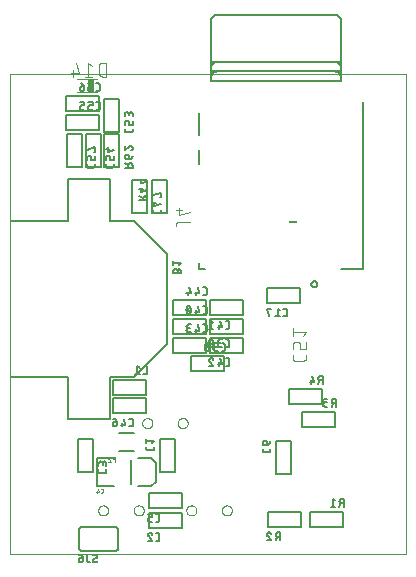
<source format=gbo>
G75*
%MOIN*%
%OFA0B0*%
%FSLAX25Y25*%
%IPPOS*%
%LPD*%
%AMOC8*
5,1,8,0,0,1.08239X$1,22.5*
%
%ADD10C,0.00000*%
%ADD11R,0.02715X0.00005*%
%ADD12C,0.00800*%
%ADD13C,0.00600*%
%ADD14C,0.00400*%
%ADD15C,0.00500*%
%ADD16C,0.00787*%
%ADD17R,0.02362X0.04331*%
%ADD18C,0.00100*%
D10*
X0038342Y0011500D02*
X0038342Y0171500D01*
X0170342Y0171500D01*
X0170342Y0011500D01*
X0038342Y0011500D01*
X0067763Y0025900D02*
X0067765Y0025981D01*
X0067771Y0026063D01*
X0067781Y0026144D01*
X0067795Y0026224D01*
X0067812Y0026303D01*
X0067834Y0026382D01*
X0067859Y0026459D01*
X0067888Y0026536D01*
X0067921Y0026610D01*
X0067958Y0026683D01*
X0067997Y0026754D01*
X0068041Y0026823D01*
X0068087Y0026890D01*
X0068137Y0026954D01*
X0068190Y0027016D01*
X0068246Y0027076D01*
X0068304Y0027132D01*
X0068366Y0027186D01*
X0068430Y0027237D01*
X0068496Y0027284D01*
X0068564Y0027328D01*
X0068635Y0027369D01*
X0068707Y0027406D01*
X0068782Y0027440D01*
X0068857Y0027470D01*
X0068935Y0027496D01*
X0069013Y0027519D01*
X0069092Y0027537D01*
X0069172Y0027552D01*
X0069253Y0027563D01*
X0069334Y0027570D01*
X0069416Y0027573D01*
X0069497Y0027572D01*
X0069578Y0027567D01*
X0069659Y0027558D01*
X0069740Y0027545D01*
X0069820Y0027528D01*
X0069898Y0027508D01*
X0069976Y0027483D01*
X0070053Y0027455D01*
X0070128Y0027423D01*
X0070201Y0027388D01*
X0070272Y0027349D01*
X0070342Y0027306D01*
X0070409Y0027261D01*
X0070475Y0027212D01*
X0070537Y0027160D01*
X0070597Y0027104D01*
X0070654Y0027046D01*
X0070709Y0026986D01*
X0070760Y0026922D01*
X0070808Y0026857D01*
X0070853Y0026789D01*
X0070895Y0026719D01*
X0070933Y0026647D01*
X0070968Y0026573D01*
X0070999Y0026498D01*
X0071026Y0026421D01*
X0071049Y0026343D01*
X0071069Y0026264D01*
X0071085Y0026184D01*
X0071097Y0026103D01*
X0071105Y0026022D01*
X0071109Y0025941D01*
X0071109Y0025859D01*
X0071105Y0025778D01*
X0071097Y0025697D01*
X0071085Y0025616D01*
X0071069Y0025536D01*
X0071049Y0025457D01*
X0071026Y0025379D01*
X0070999Y0025302D01*
X0070968Y0025227D01*
X0070933Y0025153D01*
X0070895Y0025081D01*
X0070853Y0025011D01*
X0070808Y0024943D01*
X0070760Y0024878D01*
X0070709Y0024814D01*
X0070654Y0024754D01*
X0070597Y0024696D01*
X0070537Y0024640D01*
X0070475Y0024588D01*
X0070409Y0024539D01*
X0070342Y0024494D01*
X0070273Y0024451D01*
X0070201Y0024412D01*
X0070128Y0024377D01*
X0070053Y0024345D01*
X0069976Y0024317D01*
X0069898Y0024292D01*
X0069820Y0024272D01*
X0069740Y0024255D01*
X0069659Y0024242D01*
X0069578Y0024233D01*
X0069497Y0024228D01*
X0069416Y0024227D01*
X0069334Y0024230D01*
X0069253Y0024237D01*
X0069172Y0024248D01*
X0069092Y0024263D01*
X0069013Y0024281D01*
X0068935Y0024304D01*
X0068857Y0024330D01*
X0068782Y0024360D01*
X0068707Y0024394D01*
X0068635Y0024431D01*
X0068564Y0024472D01*
X0068496Y0024516D01*
X0068430Y0024563D01*
X0068366Y0024614D01*
X0068304Y0024668D01*
X0068246Y0024724D01*
X0068190Y0024784D01*
X0068137Y0024846D01*
X0068087Y0024910D01*
X0068041Y0024977D01*
X0067997Y0025046D01*
X0067958Y0025117D01*
X0067921Y0025190D01*
X0067888Y0025264D01*
X0067859Y0025341D01*
X0067834Y0025418D01*
X0067812Y0025497D01*
X0067795Y0025576D01*
X0067781Y0025656D01*
X0067771Y0025737D01*
X0067765Y0025819D01*
X0067763Y0025900D01*
X0079574Y0025900D02*
X0079576Y0025981D01*
X0079582Y0026063D01*
X0079592Y0026144D01*
X0079606Y0026224D01*
X0079623Y0026303D01*
X0079645Y0026382D01*
X0079670Y0026459D01*
X0079699Y0026536D01*
X0079732Y0026610D01*
X0079769Y0026683D01*
X0079808Y0026754D01*
X0079852Y0026823D01*
X0079898Y0026890D01*
X0079948Y0026954D01*
X0080001Y0027016D01*
X0080057Y0027076D01*
X0080115Y0027132D01*
X0080177Y0027186D01*
X0080241Y0027237D01*
X0080307Y0027284D01*
X0080375Y0027328D01*
X0080446Y0027369D01*
X0080518Y0027406D01*
X0080593Y0027440D01*
X0080668Y0027470D01*
X0080746Y0027496D01*
X0080824Y0027519D01*
X0080903Y0027537D01*
X0080983Y0027552D01*
X0081064Y0027563D01*
X0081145Y0027570D01*
X0081227Y0027573D01*
X0081308Y0027572D01*
X0081389Y0027567D01*
X0081470Y0027558D01*
X0081551Y0027545D01*
X0081631Y0027528D01*
X0081709Y0027508D01*
X0081787Y0027483D01*
X0081864Y0027455D01*
X0081939Y0027423D01*
X0082012Y0027388D01*
X0082083Y0027349D01*
X0082153Y0027306D01*
X0082220Y0027261D01*
X0082286Y0027212D01*
X0082348Y0027160D01*
X0082408Y0027104D01*
X0082465Y0027046D01*
X0082520Y0026986D01*
X0082571Y0026922D01*
X0082619Y0026857D01*
X0082664Y0026789D01*
X0082706Y0026719D01*
X0082744Y0026647D01*
X0082779Y0026573D01*
X0082810Y0026498D01*
X0082837Y0026421D01*
X0082860Y0026343D01*
X0082880Y0026264D01*
X0082896Y0026184D01*
X0082908Y0026103D01*
X0082916Y0026022D01*
X0082920Y0025941D01*
X0082920Y0025859D01*
X0082916Y0025778D01*
X0082908Y0025697D01*
X0082896Y0025616D01*
X0082880Y0025536D01*
X0082860Y0025457D01*
X0082837Y0025379D01*
X0082810Y0025302D01*
X0082779Y0025227D01*
X0082744Y0025153D01*
X0082706Y0025081D01*
X0082664Y0025011D01*
X0082619Y0024943D01*
X0082571Y0024878D01*
X0082520Y0024814D01*
X0082465Y0024754D01*
X0082408Y0024696D01*
X0082348Y0024640D01*
X0082286Y0024588D01*
X0082220Y0024539D01*
X0082153Y0024494D01*
X0082084Y0024451D01*
X0082012Y0024412D01*
X0081939Y0024377D01*
X0081864Y0024345D01*
X0081787Y0024317D01*
X0081709Y0024292D01*
X0081631Y0024272D01*
X0081551Y0024255D01*
X0081470Y0024242D01*
X0081389Y0024233D01*
X0081308Y0024228D01*
X0081227Y0024227D01*
X0081145Y0024230D01*
X0081064Y0024237D01*
X0080983Y0024248D01*
X0080903Y0024263D01*
X0080824Y0024281D01*
X0080746Y0024304D01*
X0080668Y0024330D01*
X0080593Y0024360D01*
X0080518Y0024394D01*
X0080446Y0024431D01*
X0080375Y0024472D01*
X0080307Y0024516D01*
X0080241Y0024563D01*
X0080177Y0024614D01*
X0080115Y0024668D01*
X0080057Y0024724D01*
X0080001Y0024784D01*
X0079948Y0024846D01*
X0079898Y0024910D01*
X0079852Y0024977D01*
X0079808Y0025046D01*
X0079769Y0025117D01*
X0079732Y0025190D01*
X0079699Y0025264D01*
X0079670Y0025341D01*
X0079645Y0025418D01*
X0079623Y0025497D01*
X0079606Y0025576D01*
X0079592Y0025656D01*
X0079582Y0025737D01*
X0079576Y0025819D01*
X0079574Y0025900D01*
X0097163Y0025900D02*
X0097165Y0025981D01*
X0097171Y0026063D01*
X0097181Y0026144D01*
X0097195Y0026224D01*
X0097212Y0026303D01*
X0097234Y0026382D01*
X0097259Y0026459D01*
X0097288Y0026536D01*
X0097321Y0026610D01*
X0097358Y0026683D01*
X0097397Y0026754D01*
X0097441Y0026823D01*
X0097487Y0026890D01*
X0097537Y0026954D01*
X0097590Y0027016D01*
X0097646Y0027076D01*
X0097704Y0027132D01*
X0097766Y0027186D01*
X0097830Y0027237D01*
X0097896Y0027284D01*
X0097964Y0027328D01*
X0098035Y0027369D01*
X0098107Y0027406D01*
X0098182Y0027440D01*
X0098257Y0027470D01*
X0098335Y0027496D01*
X0098413Y0027519D01*
X0098492Y0027537D01*
X0098572Y0027552D01*
X0098653Y0027563D01*
X0098734Y0027570D01*
X0098816Y0027573D01*
X0098897Y0027572D01*
X0098978Y0027567D01*
X0099059Y0027558D01*
X0099140Y0027545D01*
X0099220Y0027528D01*
X0099298Y0027508D01*
X0099376Y0027483D01*
X0099453Y0027455D01*
X0099528Y0027423D01*
X0099601Y0027388D01*
X0099672Y0027349D01*
X0099742Y0027306D01*
X0099809Y0027261D01*
X0099875Y0027212D01*
X0099937Y0027160D01*
X0099997Y0027104D01*
X0100054Y0027046D01*
X0100109Y0026986D01*
X0100160Y0026922D01*
X0100208Y0026857D01*
X0100253Y0026789D01*
X0100295Y0026719D01*
X0100333Y0026647D01*
X0100368Y0026573D01*
X0100399Y0026498D01*
X0100426Y0026421D01*
X0100449Y0026343D01*
X0100469Y0026264D01*
X0100485Y0026184D01*
X0100497Y0026103D01*
X0100505Y0026022D01*
X0100509Y0025941D01*
X0100509Y0025859D01*
X0100505Y0025778D01*
X0100497Y0025697D01*
X0100485Y0025616D01*
X0100469Y0025536D01*
X0100449Y0025457D01*
X0100426Y0025379D01*
X0100399Y0025302D01*
X0100368Y0025227D01*
X0100333Y0025153D01*
X0100295Y0025081D01*
X0100253Y0025011D01*
X0100208Y0024943D01*
X0100160Y0024878D01*
X0100109Y0024814D01*
X0100054Y0024754D01*
X0099997Y0024696D01*
X0099937Y0024640D01*
X0099875Y0024588D01*
X0099809Y0024539D01*
X0099742Y0024494D01*
X0099673Y0024451D01*
X0099601Y0024412D01*
X0099528Y0024377D01*
X0099453Y0024345D01*
X0099376Y0024317D01*
X0099298Y0024292D01*
X0099220Y0024272D01*
X0099140Y0024255D01*
X0099059Y0024242D01*
X0098978Y0024233D01*
X0098897Y0024228D01*
X0098816Y0024227D01*
X0098734Y0024230D01*
X0098653Y0024237D01*
X0098572Y0024248D01*
X0098492Y0024263D01*
X0098413Y0024281D01*
X0098335Y0024304D01*
X0098257Y0024330D01*
X0098182Y0024360D01*
X0098107Y0024394D01*
X0098035Y0024431D01*
X0097964Y0024472D01*
X0097896Y0024516D01*
X0097830Y0024563D01*
X0097766Y0024614D01*
X0097704Y0024668D01*
X0097646Y0024724D01*
X0097590Y0024784D01*
X0097537Y0024846D01*
X0097487Y0024910D01*
X0097441Y0024977D01*
X0097397Y0025046D01*
X0097358Y0025117D01*
X0097321Y0025190D01*
X0097288Y0025264D01*
X0097259Y0025341D01*
X0097234Y0025418D01*
X0097212Y0025497D01*
X0097195Y0025576D01*
X0097181Y0025656D01*
X0097171Y0025737D01*
X0097165Y0025819D01*
X0097163Y0025900D01*
X0108974Y0025900D02*
X0108976Y0025981D01*
X0108982Y0026063D01*
X0108992Y0026144D01*
X0109006Y0026224D01*
X0109023Y0026303D01*
X0109045Y0026382D01*
X0109070Y0026459D01*
X0109099Y0026536D01*
X0109132Y0026610D01*
X0109169Y0026683D01*
X0109208Y0026754D01*
X0109252Y0026823D01*
X0109298Y0026890D01*
X0109348Y0026954D01*
X0109401Y0027016D01*
X0109457Y0027076D01*
X0109515Y0027132D01*
X0109577Y0027186D01*
X0109641Y0027237D01*
X0109707Y0027284D01*
X0109775Y0027328D01*
X0109846Y0027369D01*
X0109918Y0027406D01*
X0109993Y0027440D01*
X0110068Y0027470D01*
X0110146Y0027496D01*
X0110224Y0027519D01*
X0110303Y0027537D01*
X0110383Y0027552D01*
X0110464Y0027563D01*
X0110545Y0027570D01*
X0110627Y0027573D01*
X0110708Y0027572D01*
X0110789Y0027567D01*
X0110870Y0027558D01*
X0110951Y0027545D01*
X0111031Y0027528D01*
X0111109Y0027508D01*
X0111187Y0027483D01*
X0111264Y0027455D01*
X0111339Y0027423D01*
X0111412Y0027388D01*
X0111483Y0027349D01*
X0111553Y0027306D01*
X0111620Y0027261D01*
X0111686Y0027212D01*
X0111748Y0027160D01*
X0111808Y0027104D01*
X0111865Y0027046D01*
X0111920Y0026986D01*
X0111971Y0026922D01*
X0112019Y0026857D01*
X0112064Y0026789D01*
X0112106Y0026719D01*
X0112144Y0026647D01*
X0112179Y0026573D01*
X0112210Y0026498D01*
X0112237Y0026421D01*
X0112260Y0026343D01*
X0112280Y0026264D01*
X0112296Y0026184D01*
X0112308Y0026103D01*
X0112316Y0026022D01*
X0112320Y0025941D01*
X0112320Y0025859D01*
X0112316Y0025778D01*
X0112308Y0025697D01*
X0112296Y0025616D01*
X0112280Y0025536D01*
X0112260Y0025457D01*
X0112237Y0025379D01*
X0112210Y0025302D01*
X0112179Y0025227D01*
X0112144Y0025153D01*
X0112106Y0025081D01*
X0112064Y0025011D01*
X0112019Y0024943D01*
X0111971Y0024878D01*
X0111920Y0024814D01*
X0111865Y0024754D01*
X0111808Y0024696D01*
X0111748Y0024640D01*
X0111686Y0024588D01*
X0111620Y0024539D01*
X0111553Y0024494D01*
X0111484Y0024451D01*
X0111412Y0024412D01*
X0111339Y0024377D01*
X0111264Y0024345D01*
X0111187Y0024317D01*
X0111109Y0024292D01*
X0111031Y0024272D01*
X0110951Y0024255D01*
X0110870Y0024242D01*
X0110789Y0024233D01*
X0110708Y0024228D01*
X0110627Y0024227D01*
X0110545Y0024230D01*
X0110464Y0024237D01*
X0110383Y0024248D01*
X0110303Y0024263D01*
X0110224Y0024281D01*
X0110146Y0024304D01*
X0110068Y0024330D01*
X0109993Y0024360D01*
X0109918Y0024394D01*
X0109846Y0024431D01*
X0109775Y0024472D01*
X0109707Y0024516D01*
X0109641Y0024563D01*
X0109577Y0024614D01*
X0109515Y0024668D01*
X0109457Y0024724D01*
X0109401Y0024784D01*
X0109348Y0024846D01*
X0109298Y0024910D01*
X0109252Y0024977D01*
X0109208Y0025046D01*
X0109169Y0025117D01*
X0109132Y0025190D01*
X0109099Y0025264D01*
X0109070Y0025341D01*
X0109045Y0025418D01*
X0109023Y0025497D01*
X0109006Y0025576D01*
X0108992Y0025656D01*
X0108982Y0025737D01*
X0108976Y0025819D01*
X0108974Y0025900D01*
X0094274Y0055000D02*
X0094276Y0055081D01*
X0094282Y0055163D01*
X0094292Y0055244D01*
X0094306Y0055324D01*
X0094323Y0055403D01*
X0094345Y0055482D01*
X0094370Y0055559D01*
X0094399Y0055636D01*
X0094432Y0055710D01*
X0094469Y0055783D01*
X0094508Y0055854D01*
X0094552Y0055923D01*
X0094598Y0055990D01*
X0094648Y0056054D01*
X0094701Y0056116D01*
X0094757Y0056176D01*
X0094815Y0056232D01*
X0094877Y0056286D01*
X0094941Y0056337D01*
X0095007Y0056384D01*
X0095075Y0056428D01*
X0095146Y0056469D01*
X0095218Y0056506D01*
X0095293Y0056540D01*
X0095368Y0056570D01*
X0095446Y0056596D01*
X0095524Y0056619D01*
X0095603Y0056637D01*
X0095683Y0056652D01*
X0095764Y0056663D01*
X0095845Y0056670D01*
X0095927Y0056673D01*
X0096008Y0056672D01*
X0096089Y0056667D01*
X0096170Y0056658D01*
X0096251Y0056645D01*
X0096331Y0056628D01*
X0096409Y0056608D01*
X0096487Y0056583D01*
X0096564Y0056555D01*
X0096639Y0056523D01*
X0096712Y0056488D01*
X0096783Y0056449D01*
X0096853Y0056406D01*
X0096920Y0056361D01*
X0096986Y0056312D01*
X0097048Y0056260D01*
X0097108Y0056204D01*
X0097165Y0056146D01*
X0097220Y0056086D01*
X0097271Y0056022D01*
X0097319Y0055957D01*
X0097364Y0055889D01*
X0097406Y0055819D01*
X0097444Y0055747D01*
X0097479Y0055673D01*
X0097510Y0055598D01*
X0097537Y0055521D01*
X0097560Y0055443D01*
X0097580Y0055364D01*
X0097596Y0055284D01*
X0097608Y0055203D01*
X0097616Y0055122D01*
X0097620Y0055041D01*
X0097620Y0054959D01*
X0097616Y0054878D01*
X0097608Y0054797D01*
X0097596Y0054716D01*
X0097580Y0054636D01*
X0097560Y0054557D01*
X0097537Y0054479D01*
X0097510Y0054402D01*
X0097479Y0054327D01*
X0097444Y0054253D01*
X0097406Y0054181D01*
X0097364Y0054111D01*
X0097319Y0054043D01*
X0097271Y0053978D01*
X0097220Y0053914D01*
X0097165Y0053854D01*
X0097108Y0053796D01*
X0097048Y0053740D01*
X0096986Y0053688D01*
X0096920Y0053639D01*
X0096853Y0053594D01*
X0096784Y0053551D01*
X0096712Y0053512D01*
X0096639Y0053477D01*
X0096564Y0053445D01*
X0096487Y0053417D01*
X0096409Y0053392D01*
X0096331Y0053372D01*
X0096251Y0053355D01*
X0096170Y0053342D01*
X0096089Y0053333D01*
X0096008Y0053328D01*
X0095927Y0053327D01*
X0095845Y0053330D01*
X0095764Y0053337D01*
X0095683Y0053348D01*
X0095603Y0053363D01*
X0095524Y0053381D01*
X0095446Y0053404D01*
X0095368Y0053430D01*
X0095293Y0053460D01*
X0095218Y0053494D01*
X0095146Y0053531D01*
X0095075Y0053572D01*
X0095007Y0053616D01*
X0094941Y0053663D01*
X0094877Y0053714D01*
X0094815Y0053768D01*
X0094757Y0053824D01*
X0094701Y0053884D01*
X0094648Y0053946D01*
X0094598Y0054010D01*
X0094552Y0054077D01*
X0094508Y0054146D01*
X0094469Y0054217D01*
X0094432Y0054290D01*
X0094399Y0054364D01*
X0094370Y0054441D01*
X0094345Y0054518D01*
X0094323Y0054597D01*
X0094306Y0054676D01*
X0094292Y0054756D01*
X0094282Y0054837D01*
X0094276Y0054919D01*
X0094274Y0055000D01*
X0082463Y0055000D02*
X0082465Y0055081D01*
X0082471Y0055163D01*
X0082481Y0055244D01*
X0082495Y0055324D01*
X0082512Y0055403D01*
X0082534Y0055482D01*
X0082559Y0055559D01*
X0082588Y0055636D01*
X0082621Y0055710D01*
X0082658Y0055783D01*
X0082697Y0055854D01*
X0082741Y0055923D01*
X0082787Y0055990D01*
X0082837Y0056054D01*
X0082890Y0056116D01*
X0082946Y0056176D01*
X0083004Y0056232D01*
X0083066Y0056286D01*
X0083130Y0056337D01*
X0083196Y0056384D01*
X0083264Y0056428D01*
X0083335Y0056469D01*
X0083407Y0056506D01*
X0083482Y0056540D01*
X0083557Y0056570D01*
X0083635Y0056596D01*
X0083713Y0056619D01*
X0083792Y0056637D01*
X0083872Y0056652D01*
X0083953Y0056663D01*
X0084034Y0056670D01*
X0084116Y0056673D01*
X0084197Y0056672D01*
X0084278Y0056667D01*
X0084359Y0056658D01*
X0084440Y0056645D01*
X0084520Y0056628D01*
X0084598Y0056608D01*
X0084676Y0056583D01*
X0084753Y0056555D01*
X0084828Y0056523D01*
X0084901Y0056488D01*
X0084972Y0056449D01*
X0085042Y0056406D01*
X0085109Y0056361D01*
X0085175Y0056312D01*
X0085237Y0056260D01*
X0085297Y0056204D01*
X0085354Y0056146D01*
X0085409Y0056086D01*
X0085460Y0056022D01*
X0085508Y0055957D01*
X0085553Y0055889D01*
X0085595Y0055819D01*
X0085633Y0055747D01*
X0085668Y0055673D01*
X0085699Y0055598D01*
X0085726Y0055521D01*
X0085749Y0055443D01*
X0085769Y0055364D01*
X0085785Y0055284D01*
X0085797Y0055203D01*
X0085805Y0055122D01*
X0085809Y0055041D01*
X0085809Y0054959D01*
X0085805Y0054878D01*
X0085797Y0054797D01*
X0085785Y0054716D01*
X0085769Y0054636D01*
X0085749Y0054557D01*
X0085726Y0054479D01*
X0085699Y0054402D01*
X0085668Y0054327D01*
X0085633Y0054253D01*
X0085595Y0054181D01*
X0085553Y0054111D01*
X0085508Y0054043D01*
X0085460Y0053978D01*
X0085409Y0053914D01*
X0085354Y0053854D01*
X0085297Y0053796D01*
X0085237Y0053740D01*
X0085175Y0053688D01*
X0085109Y0053639D01*
X0085042Y0053594D01*
X0084973Y0053551D01*
X0084901Y0053512D01*
X0084828Y0053477D01*
X0084753Y0053445D01*
X0084676Y0053417D01*
X0084598Y0053392D01*
X0084520Y0053372D01*
X0084440Y0053355D01*
X0084359Y0053342D01*
X0084278Y0053333D01*
X0084197Y0053328D01*
X0084116Y0053327D01*
X0084034Y0053330D01*
X0083953Y0053337D01*
X0083872Y0053348D01*
X0083792Y0053363D01*
X0083713Y0053381D01*
X0083635Y0053404D01*
X0083557Y0053430D01*
X0083482Y0053460D01*
X0083407Y0053494D01*
X0083335Y0053531D01*
X0083264Y0053572D01*
X0083196Y0053616D01*
X0083130Y0053663D01*
X0083066Y0053714D01*
X0083004Y0053768D01*
X0082946Y0053824D01*
X0082890Y0053884D01*
X0082837Y0053946D01*
X0082787Y0054010D01*
X0082741Y0054077D01*
X0082697Y0054146D01*
X0082658Y0054217D01*
X0082621Y0054290D01*
X0082588Y0054364D01*
X0082559Y0054441D01*
X0082534Y0054518D01*
X0082512Y0054597D01*
X0082495Y0054676D01*
X0082481Y0054756D01*
X0082471Y0054837D01*
X0082465Y0054919D01*
X0082463Y0055000D01*
D11*
X0132592Y0121750D03*
X0132592Y0121755D03*
X0132592Y0121760D03*
X0132592Y0121765D03*
X0132592Y0121770D03*
X0132592Y0121775D03*
X0132592Y0121780D03*
X0132592Y0121785D03*
X0132592Y0121790D03*
X0132592Y0121795D03*
X0132592Y0121800D03*
X0132592Y0121805D03*
X0132592Y0121810D03*
X0132592Y0121815D03*
X0132592Y0121820D03*
X0132592Y0121825D03*
X0132592Y0121830D03*
X0132592Y0121835D03*
X0132592Y0121840D03*
X0132592Y0121845D03*
X0132592Y0121850D03*
X0132592Y0121855D03*
X0132592Y0121860D03*
X0132592Y0121865D03*
X0132592Y0121870D03*
X0132592Y0121875D03*
X0132592Y0121880D03*
X0132592Y0121885D03*
X0132592Y0121890D03*
X0132592Y0121895D03*
X0132592Y0121900D03*
X0132592Y0121905D03*
X0132592Y0121910D03*
X0132592Y0121915D03*
X0132592Y0121920D03*
X0132592Y0121925D03*
X0132592Y0121930D03*
X0132592Y0121935D03*
X0132592Y0121940D03*
X0132592Y0121945D03*
D12*
X0135142Y0100000D02*
X0124142Y0100000D01*
X0124142Y0095000D01*
X0135142Y0095000D01*
X0135142Y0100000D01*
X0115942Y0095900D02*
X0115942Y0090900D01*
X0104942Y0090900D01*
X0104942Y0095900D01*
X0115942Y0095900D01*
X0115942Y0089700D02*
X0104942Y0089700D01*
X0104942Y0084700D01*
X0115942Y0084700D01*
X0115942Y0089700D01*
X0115942Y0083500D02*
X0104942Y0083500D01*
X0104942Y0078500D01*
X0115942Y0078500D01*
X0115942Y0083500D01*
X0109842Y0077300D02*
X0109842Y0072300D01*
X0098842Y0072300D01*
X0098842Y0077300D01*
X0109842Y0077300D01*
X0103742Y0078500D02*
X0103742Y0083500D01*
X0092742Y0083500D01*
X0092742Y0078500D01*
X0103742Y0078500D01*
X0103742Y0084700D02*
X0103742Y0089700D01*
X0092742Y0089700D01*
X0092742Y0084700D01*
X0103742Y0084700D01*
X0103742Y0090900D02*
X0103742Y0095900D01*
X0092742Y0095900D01*
X0092742Y0090900D01*
X0103742Y0090900D01*
X0090742Y0081500D02*
X0079742Y0070500D01*
X0071742Y0070500D01*
X0071742Y0056500D01*
X0057742Y0056500D01*
X0057742Y0070500D01*
X0038742Y0070500D01*
X0061042Y0049600D02*
X0061042Y0038600D01*
X0066042Y0038600D01*
X0066042Y0049600D01*
X0061042Y0049600D01*
X0067299Y0043424D02*
X0067299Y0033976D01*
X0073205Y0033976D01*
X0073205Y0043424D02*
X0067299Y0043424D01*
X0074642Y0045700D02*
X0079642Y0045700D01*
X0081079Y0043424D02*
X0085410Y0043424D01*
X0086984Y0041850D01*
X0086984Y0035550D01*
X0085410Y0033976D01*
X0081079Y0033976D01*
X0084542Y0031600D02*
X0084542Y0026600D01*
X0095542Y0026600D01*
X0095542Y0031600D01*
X0084542Y0031600D01*
X0084542Y0025200D02*
X0084542Y0020200D01*
X0095542Y0020200D01*
X0095542Y0025200D01*
X0084542Y0025200D01*
X0074442Y0019500D02*
X0074442Y0013500D01*
X0074440Y0013440D01*
X0074435Y0013379D01*
X0074426Y0013320D01*
X0074413Y0013261D01*
X0074397Y0013202D01*
X0074377Y0013145D01*
X0074354Y0013090D01*
X0074327Y0013035D01*
X0074298Y0012983D01*
X0074265Y0012932D01*
X0074229Y0012883D01*
X0074191Y0012837D01*
X0074149Y0012793D01*
X0074105Y0012751D01*
X0074059Y0012713D01*
X0074010Y0012677D01*
X0073959Y0012644D01*
X0073907Y0012615D01*
X0073852Y0012588D01*
X0073797Y0012565D01*
X0073740Y0012545D01*
X0073681Y0012529D01*
X0073622Y0012516D01*
X0073563Y0012507D01*
X0073502Y0012502D01*
X0073442Y0012500D01*
X0062442Y0012500D01*
X0062382Y0012502D01*
X0062321Y0012507D01*
X0062262Y0012516D01*
X0062203Y0012529D01*
X0062144Y0012545D01*
X0062087Y0012565D01*
X0062032Y0012588D01*
X0061977Y0012615D01*
X0061925Y0012644D01*
X0061874Y0012677D01*
X0061825Y0012713D01*
X0061779Y0012751D01*
X0061735Y0012793D01*
X0061693Y0012837D01*
X0061655Y0012883D01*
X0061619Y0012932D01*
X0061586Y0012983D01*
X0061557Y0013035D01*
X0061530Y0013090D01*
X0061507Y0013145D01*
X0061487Y0013202D01*
X0061471Y0013261D01*
X0061458Y0013320D01*
X0061449Y0013379D01*
X0061444Y0013440D01*
X0061442Y0013500D01*
X0061442Y0019500D01*
X0061444Y0019560D01*
X0061449Y0019621D01*
X0061458Y0019680D01*
X0061471Y0019739D01*
X0061487Y0019798D01*
X0061507Y0019855D01*
X0061530Y0019910D01*
X0061557Y0019965D01*
X0061586Y0020017D01*
X0061619Y0020068D01*
X0061655Y0020117D01*
X0061693Y0020163D01*
X0061735Y0020207D01*
X0061779Y0020249D01*
X0061825Y0020287D01*
X0061874Y0020323D01*
X0061925Y0020356D01*
X0061977Y0020385D01*
X0062032Y0020412D01*
X0062087Y0020435D01*
X0062144Y0020455D01*
X0062203Y0020471D01*
X0062262Y0020484D01*
X0062321Y0020493D01*
X0062382Y0020498D01*
X0062442Y0020500D01*
X0073442Y0020500D01*
X0073502Y0020498D01*
X0073563Y0020493D01*
X0073622Y0020484D01*
X0073681Y0020471D01*
X0073740Y0020455D01*
X0073797Y0020435D01*
X0073852Y0020412D01*
X0073907Y0020385D01*
X0073959Y0020356D01*
X0074010Y0020323D01*
X0074059Y0020287D01*
X0074105Y0020249D01*
X0074149Y0020207D01*
X0074191Y0020163D01*
X0074229Y0020117D01*
X0074265Y0020068D01*
X0074298Y0020017D01*
X0074327Y0019965D01*
X0074354Y0019910D01*
X0074377Y0019855D01*
X0074397Y0019798D01*
X0074413Y0019739D01*
X0074426Y0019680D01*
X0074435Y0019621D01*
X0074440Y0019560D01*
X0074442Y0019500D01*
X0088242Y0038600D02*
X0093242Y0038600D01*
X0093242Y0049600D01*
X0088242Y0049600D01*
X0088242Y0038600D01*
X0079642Y0051700D02*
X0074642Y0051700D01*
X0072742Y0058300D02*
X0072742Y0063300D01*
X0083742Y0063300D01*
X0083742Y0058300D01*
X0072742Y0058300D01*
X0072742Y0064500D02*
X0083742Y0064500D01*
X0083742Y0069500D01*
X0072742Y0069500D01*
X0072742Y0064500D01*
X0090742Y0081500D02*
X0090742Y0111500D01*
X0079742Y0122500D01*
X0071742Y0122500D01*
X0071742Y0136500D01*
X0057742Y0136500D01*
X0057742Y0122500D01*
X0038742Y0122500D01*
X0057242Y0140400D02*
X0062242Y0140400D01*
X0062242Y0151400D01*
X0057242Y0151400D01*
X0057242Y0140400D01*
X0063542Y0140400D02*
X0068542Y0140400D01*
X0068542Y0151400D01*
X0063542Y0151400D01*
X0063542Y0140400D01*
X0069842Y0140400D02*
X0074842Y0140400D01*
X0074842Y0151400D01*
X0069842Y0151400D01*
X0069842Y0140400D01*
X0069842Y0152200D02*
X0074842Y0152200D01*
X0074842Y0163200D01*
X0069842Y0163200D01*
X0069842Y0152200D01*
X0068142Y0152700D02*
X0068142Y0157700D01*
X0057142Y0157700D01*
X0057142Y0152700D01*
X0068142Y0152700D01*
X0068142Y0159000D02*
X0068142Y0164000D01*
X0057142Y0164000D01*
X0057142Y0159000D01*
X0068142Y0159000D01*
X0079142Y0136200D02*
X0079142Y0125200D01*
X0084142Y0125200D01*
X0084142Y0136200D01*
X0079142Y0136200D01*
X0085842Y0136200D02*
X0090842Y0136200D01*
X0090842Y0125200D01*
X0085842Y0125200D01*
X0085842Y0136200D01*
X0131342Y0066400D02*
X0131342Y0061400D01*
X0142342Y0061400D01*
X0142342Y0066400D01*
X0131342Y0066400D01*
X0135842Y0058700D02*
X0135842Y0053700D01*
X0146842Y0053700D01*
X0146842Y0058700D01*
X0135842Y0058700D01*
X0131942Y0049000D02*
X0126942Y0049000D01*
X0126942Y0038000D01*
X0131942Y0038000D01*
X0131942Y0049000D01*
X0135242Y0025400D02*
X0124242Y0025400D01*
X0124242Y0020400D01*
X0135242Y0020400D01*
X0135242Y0025400D01*
X0138442Y0025400D02*
X0138442Y0020400D01*
X0149442Y0020400D01*
X0149442Y0025400D01*
X0138442Y0025400D01*
D13*
X0145348Y0027200D02*
X0146793Y0027200D01*
X0146071Y0027200D02*
X0146071Y0029800D01*
X0146793Y0029222D01*
X0148920Y0029800D02*
X0148867Y0029798D01*
X0148815Y0029792D01*
X0148763Y0029783D01*
X0148712Y0029769D01*
X0148662Y0029752D01*
X0148614Y0029732D01*
X0148567Y0029708D01*
X0148522Y0029680D01*
X0148479Y0029649D01*
X0148438Y0029616D01*
X0148400Y0029579D01*
X0148365Y0029540D01*
X0148333Y0029498D01*
X0148304Y0029454D01*
X0148278Y0029408D01*
X0148256Y0029360D01*
X0148237Y0029311D01*
X0148221Y0029261D01*
X0148210Y0029209D01*
X0148202Y0029157D01*
X0148198Y0029104D01*
X0148198Y0029052D01*
X0148202Y0028999D01*
X0148210Y0028947D01*
X0148221Y0028895D01*
X0148237Y0028845D01*
X0148256Y0028796D01*
X0148278Y0028748D01*
X0148304Y0028702D01*
X0148333Y0028658D01*
X0148365Y0028616D01*
X0148400Y0028577D01*
X0148438Y0028540D01*
X0148479Y0028507D01*
X0148522Y0028476D01*
X0148567Y0028448D01*
X0148614Y0028424D01*
X0148662Y0028404D01*
X0148712Y0028387D01*
X0148763Y0028373D01*
X0148815Y0028364D01*
X0148867Y0028358D01*
X0148920Y0028356D01*
X0149642Y0028356D01*
X0148775Y0028356D02*
X0148197Y0027200D01*
X0149642Y0027200D02*
X0149642Y0029800D01*
X0148920Y0029800D01*
X0128335Y0018600D02*
X0128335Y0016000D01*
X0128335Y0017156D02*
X0127613Y0017156D01*
X0127469Y0017156D02*
X0126891Y0016000D01*
X0125486Y0016000D02*
X0124258Y0017444D01*
X0124692Y0018600D02*
X0124747Y0018598D01*
X0124802Y0018593D01*
X0124857Y0018584D01*
X0124910Y0018571D01*
X0124963Y0018555D01*
X0125015Y0018535D01*
X0125065Y0018512D01*
X0125114Y0018486D01*
X0125161Y0018456D01*
X0125205Y0018424D01*
X0125248Y0018388D01*
X0125288Y0018350D01*
X0125325Y0018309D01*
X0125360Y0018266D01*
X0125391Y0018221D01*
X0125420Y0018174D01*
X0125445Y0018125D01*
X0125468Y0018074D01*
X0125486Y0018022D01*
X0124259Y0017445D02*
X0124223Y0017481D01*
X0124190Y0017521D01*
X0124160Y0017562D01*
X0124133Y0017606D01*
X0124109Y0017652D01*
X0124089Y0017699D01*
X0124072Y0017747D01*
X0124059Y0017797D01*
X0124050Y0017848D01*
X0124044Y0017899D01*
X0124042Y0017950D01*
X0124044Y0017999D01*
X0124049Y0018047D01*
X0124058Y0018095D01*
X0124071Y0018142D01*
X0124087Y0018187D01*
X0124106Y0018232D01*
X0124129Y0018275D01*
X0124155Y0018316D01*
X0124184Y0018355D01*
X0124216Y0018392D01*
X0124250Y0018426D01*
X0124287Y0018458D01*
X0124326Y0018487D01*
X0124367Y0018513D01*
X0124410Y0018536D01*
X0124455Y0018555D01*
X0124500Y0018571D01*
X0124547Y0018584D01*
X0124595Y0018593D01*
X0124643Y0018598D01*
X0124692Y0018600D01*
X0124042Y0016000D02*
X0125486Y0016000D01*
X0127613Y0017156D02*
X0127560Y0017158D01*
X0127508Y0017164D01*
X0127456Y0017173D01*
X0127405Y0017187D01*
X0127355Y0017204D01*
X0127307Y0017224D01*
X0127260Y0017248D01*
X0127215Y0017276D01*
X0127172Y0017307D01*
X0127131Y0017340D01*
X0127093Y0017377D01*
X0127058Y0017416D01*
X0127026Y0017458D01*
X0126997Y0017502D01*
X0126971Y0017548D01*
X0126949Y0017596D01*
X0126930Y0017645D01*
X0126914Y0017695D01*
X0126903Y0017747D01*
X0126895Y0017799D01*
X0126891Y0017852D01*
X0126891Y0017904D01*
X0126895Y0017957D01*
X0126903Y0018009D01*
X0126914Y0018061D01*
X0126930Y0018111D01*
X0126949Y0018160D01*
X0126971Y0018208D01*
X0126997Y0018254D01*
X0127026Y0018298D01*
X0127058Y0018340D01*
X0127093Y0018379D01*
X0127131Y0018416D01*
X0127172Y0018449D01*
X0127215Y0018480D01*
X0127260Y0018508D01*
X0127307Y0018532D01*
X0127355Y0018552D01*
X0127405Y0018569D01*
X0127456Y0018583D01*
X0127508Y0018592D01*
X0127560Y0018598D01*
X0127613Y0018600D01*
X0128335Y0018600D01*
X0124564Y0045342D02*
X0123120Y0045342D01*
X0123120Y0045341D02*
X0123075Y0045343D01*
X0123030Y0045348D01*
X0122985Y0045357D01*
X0122941Y0045369D01*
X0122899Y0045385D01*
X0122858Y0045404D01*
X0122818Y0045426D01*
X0122780Y0045451D01*
X0122745Y0045479D01*
X0122711Y0045510D01*
X0122680Y0045544D01*
X0122652Y0045579D01*
X0122627Y0045617D01*
X0122605Y0045657D01*
X0122586Y0045698D01*
X0122570Y0045740D01*
X0122558Y0045784D01*
X0122549Y0045829D01*
X0122544Y0045874D01*
X0122542Y0045919D01*
X0122542Y0046497D01*
X0123264Y0047756D02*
X0123986Y0047756D01*
X0123986Y0048622D01*
X0123986Y0047755D02*
X0124053Y0047757D01*
X0124120Y0047763D01*
X0124187Y0047773D01*
X0124253Y0047786D01*
X0124318Y0047804D01*
X0124381Y0047825D01*
X0124444Y0047850D01*
X0124505Y0047878D01*
X0124564Y0047910D01*
X0124621Y0047945D01*
X0124676Y0047984D01*
X0124729Y0048025D01*
X0124779Y0048070D01*
X0124827Y0048118D01*
X0124872Y0048168D01*
X0124913Y0048221D01*
X0124952Y0048276D01*
X0124987Y0048333D01*
X0125019Y0048392D01*
X0125047Y0048453D01*
X0125072Y0048516D01*
X0125093Y0048579D01*
X0125111Y0048644D01*
X0125124Y0048710D01*
X0125134Y0048777D01*
X0125140Y0048844D01*
X0125142Y0048911D01*
X0123986Y0048622D02*
X0123984Y0048667D01*
X0123979Y0048712D01*
X0123970Y0048757D01*
X0123958Y0048801D01*
X0123942Y0048843D01*
X0123923Y0048884D01*
X0123901Y0048924D01*
X0123876Y0048962D01*
X0123848Y0048997D01*
X0123817Y0049031D01*
X0123783Y0049062D01*
X0123748Y0049090D01*
X0123710Y0049115D01*
X0123670Y0049137D01*
X0123629Y0049156D01*
X0123587Y0049172D01*
X0123543Y0049184D01*
X0123498Y0049193D01*
X0123453Y0049198D01*
X0123408Y0049200D01*
X0123264Y0049200D01*
X0123211Y0049198D01*
X0123159Y0049192D01*
X0123107Y0049183D01*
X0123056Y0049169D01*
X0123006Y0049152D01*
X0122958Y0049132D01*
X0122911Y0049108D01*
X0122866Y0049080D01*
X0122823Y0049049D01*
X0122782Y0049016D01*
X0122744Y0048979D01*
X0122709Y0048940D01*
X0122677Y0048898D01*
X0122648Y0048854D01*
X0122622Y0048808D01*
X0122600Y0048760D01*
X0122581Y0048711D01*
X0122565Y0048661D01*
X0122554Y0048609D01*
X0122546Y0048557D01*
X0122542Y0048504D01*
X0122542Y0048452D01*
X0122546Y0048399D01*
X0122554Y0048347D01*
X0122565Y0048295D01*
X0122581Y0048245D01*
X0122600Y0048196D01*
X0122622Y0048148D01*
X0122648Y0048102D01*
X0122677Y0048058D01*
X0122709Y0048016D01*
X0122744Y0047977D01*
X0122782Y0047940D01*
X0122823Y0047907D01*
X0122866Y0047876D01*
X0122911Y0047848D01*
X0122958Y0047824D01*
X0123006Y0047804D01*
X0123056Y0047787D01*
X0123107Y0047773D01*
X0123159Y0047764D01*
X0123211Y0047758D01*
X0123264Y0047756D01*
X0125142Y0045919D02*
X0125140Y0045871D01*
X0125134Y0045824D01*
X0125124Y0045777D01*
X0125111Y0045731D01*
X0125093Y0045687D01*
X0125072Y0045644D01*
X0125048Y0045603D01*
X0125020Y0045564D01*
X0124989Y0045528D01*
X0124955Y0045494D01*
X0124919Y0045463D01*
X0124880Y0045435D01*
X0124839Y0045411D01*
X0124796Y0045390D01*
X0124752Y0045372D01*
X0124706Y0045359D01*
X0124659Y0045349D01*
X0124612Y0045343D01*
X0124564Y0045341D01*
X0125142Y0045919D02*
X0125142Y0046497D01*
X0143471Y0060500D02*
X0144193Y0060500D01*
X0143471Y0060500D02*
X0143418Y0060502D01*
X0143366Y0060508D01*
X0143314Y0060517D01*
X0143263Y0060531D01*
X0143213Y0060548D01*
X0143165Y0060568D01*
X0143118Y0060592D01*
X0143073Y0060620D01*
X0143030Y0060651D01*
X0142989Y0060684D01*
X0142951Y0060721D01*
X0142916Y0060760D01*
X0142884Y0060802D01*
X0142855Y0060846D01*
X0142829Y0060892D01*
X0142807Y0060940D01*
X0142788Y0060989D01*
X0142772Y0061039D01*
X0142761Y0061091D01*
X0142753Y0061143D01*
X0142749Y0061196D01*
X0142749Y0061248D01*
X0142753Y0061301D01*
X0142761Y0061353D01*
X0142772Y0061405D01*
X0142788Y0061455D01*
X0142807Y0061504D01*
X0142829Y0061552D01*
X0142855Y0061598D01*
X0142884Y0061642D01*
X0142916Y0061684D01*
X0142951Y0061723D01*
X0142989Y0061760D01*
X0143030Y0061793D01*
X0143073Y0061824D01*
X0143118Y0061852D01*
X0143165Y0061876D01*
X0143213Y0061896D01*
X0143263Y0061913D01*
X0143314Y0061927D01*
X0143366Y0061936D01*
X0143418Y0061942D01*
X0143471Y0061944D01*
X0143326Y0061944D02*
X0143904Y0061944D01*
X0143326Y0061944D02*
X0143279Y0061946D01*
X0143233Y0061951D01*
X0143188Y0061961D01*
X0143143Y0061974D01*
X0143099Y0061990D01*
X0143057Y0062010D01*
X0143017Y0062033D01*
X0142979Y0062060D01*
X0142943Y0062089D01*
X0142909Y0062122D01*
X0142878Y0062156D01*
X0142850Y0062194D01*
X0142825Y0062233D01*
X0142804Y0062274D01*
X0142786Y0062317D01*
X0142771Y0062361D01*
X0142760Y0062406D01*
X0142752Y0062452D01*
X0142748Y0062499D01*
X0142748Y0062545D01*
X0142752Y0062592D01*
X0142760Y0062638D01*
X0142771Y0062683D01*
X0142786Y0062727D01*
X0142804Y0062770D01*
X0142825Y0062811D01*
X0142850Y0062850D01*
X0142878Y0062888D01*
X0142909Y0062922D01*
X0142943Y0062955D01*
X0142979Y0062984D01*
X0143017Y0063011D01*
X0143057Y0063034D01*
X0143099Y0063054D01*
X0143143Y0063070D01*
X0143188Y0063083D01*
X0143233Y0063093D01*
X0143279Y0063098D01*
X0143326Y0063100D01*
X0144193Y0063100D01*
X0146320Y0063100D02*
X0147042Y0063100D01*
X0147042Y0060500D01*
X0147042Y0061656D02*
X0146320Y0061656D01*
X0146175Y0061656D02*
X0145597Y0060500D01*
X0146320Y0061656D02*
X0146267Y0061658D01*
X0146215Y0061664D01*
X0146163Y0061673D01*
X0146112Y0061687D01*
X0146062Y0061704D01*
X0146014Y0061724D01*
X0145967Y0061748D01*
X0145922Y0061776D01*
X0145879Y0061807D01*
X0145838Y0061840D01*
X0145800Y0061877D01*
X0145765Y0061916D01*
X0145733Y0061958D01*
X0145704Y0062002D01*
X0145678Y0062048D01*
X0145656Y0062096D01*
X0145637Y0062145D01*
X0145621Y0062195D01*
X0145610Y0062247D01*
X0145602Y0062299D01*
X0145598Y0062352D01*
X0145598Y0062404D01*
X0145602Y0062457D01*
X0145610Y0062509D01*
X0145621Y0062561D01*
X0145637Y0062611D01*
X0145656Y0062660D01*
X0145678Y0062708D01*
X0145704Y0062754D01*
X0145733Y0062798D01*
X0145765Y0062840D01*
X0145800Y0062879D01*
X0145838Y0062916D01*
X0145879Y0062949D01*
X0145922Y0062980D01*
X0145967Y0063008D01*
X0146014Y0063032D01*
X0146062Y0063052D01*
X0146112Y0063069D01*
X0146163Y0063083D01*
X0146215Y0063092D01*
X0146267Y0063098D01*
X0146320Y0063100D01*
X0142542Y0068200D02*
X0142542Y0070800D01*
X0141820Y0070800D01*
X0141767Y0070798D01*
X0141715Y0070792D01*
X0141663Y0070783D01*
X0141612Y0070769D01*
X0141562Y0070752D01*
X0141514Y0070732D01*
X0141467Y0070708D01*
X0141422Y0070680D01*
X0141379Y0070649D01*
X0141338Y0070616D01*
X0141300Y0070579D01*
X0141265Y0070540D01*
X0141233Y0070498D01*
X0141204Y0070454D01*
X0141178Y0070408D01*
X0141156Y0070360D01*
X0141137Y0070311D01*
X0141121Y0070261D01*
X0141110Y0070209D01*
X0141102Y0070157D01*
X0141098Y0070104D01*
X0141098Y0070052D01*
X0141102Y0069999D01*
X0141110Y0069947D01*
X0141121Y0069895D01*
X0141137Y0069845D01*
X0141156Y0069796D01*
X0141178Y0069748D01*
X0141204Y0069702D01*
X0141233Y0069658D01*
X0141265Y0069616D01*
X0141300Y0069577D01*
X0141338Y0069540D01*
X0141379Y0069507D01*
X0141422Y0069476D01*
X0141467Y0069448D01*
X0141514Y0069424D01*
X0141562Y0069404D01*
X0141612Y0069387D01*
X0141663Y0069373D01*
X0141715Y0069364D01*
X0141767Y0069358D01*
X0141820Y0069356D01*
X0142542Y0069356D01*
X0141675Y0069356D02*
X0141097Y0068200D01*
X0139693Y0068778D02*
X0139115Y0070800D01*
X0138682Y0069356D02*
X0138682Y0068200D01*
X0138248Y0068778D02*
X0139693Y0068778D01*
X0130102Y0090600D02*
X0129525Y0090600D01*
X0130102Y0090600D02*
X0130147Y0090602D01*
X0130192Y0090607D01*
X0130237Y0090616D01*
X0130281Y0090628D01*
X0130323Y0090644D01*
X0130364Y0090663D01*
X0130404Y0090685D01*
X0130442Y0090710D01*
X0130477Y0090738D01*
X0130511Y0090769D01*
X0130542Y0090803D01*
X0130570Y0090838D01*
X0130595Y0090876D01*
X0130617Y0090916D01*
X0130636Y0090957D01*
X0130652Y0090999D01*
X0130664Y0091043D01*
X0130673Y0091088D01*
X0130678Y0091133D01*
X0130680Y0091178D01*
X0130680Y0092622D01*
X0130678Y0092670D01*
X0130672Y0092717D01*
X0130662Y0092764D01*
X0130649Y0092810D01*
X0130631Y0092854D01*
X0130610Y0092897D01*
X0130586Y0092938D01*
X0130558Y0092977D01*
X0130527Y0093013D01*
X0130493Y0093047D01*
X0130457Y0093078D01*
X0130418Y0093106D01*
X0130377Y0093130D01*
X0130334Y0093151D01*
X0130290Y0093169D01*
X0130244Y0093182D01*
X0130197Y0093192D01*
X0130150Y0093198D01*
X0130102Y0093200D01*
X0129525Y0093200D01*
X0128266Y0092622D02*
X0127544Y0093200D01*
X0127544Y0090600D01*
X0128266Y0090600D02*
X0126822Y0090600D01*
X0124664Y0090600D02*
X0123942Y0093200D01*
X0125386Y0093200D01*
X0125386Y0092911D01*
X0111480Y0088522D02*
X0111480Y0087078D01*
X0111478Y0087033D01*
X0111473Y0086988D01*
X0111464Y0086943D01*
X0111452Y0086899D01*
X0111436Y0086857D01*
X0111417Y0086816D01*
X0111395Y0086776D01*
X0111370Y0086738D01*
X0111342Y0086703D01*
X0111311Y0086669D01*
X0111277Y0086638D01*
X0111242Y0086610D01*
X0111204Y0086585D01*
X0111164Y0086563D01*
X0111123Y0086544D01*
X0111081Y0086528D01*
X0111037Y0086516D01*
X0110992Y0086507D01*
X0110947Y0086502D01*
X0110902Y0086500D01*
X0110325Y0086500D01*
X0109066Y0087078D02*
X0108488Y0089100D01*
X0108055Y0087656D02*
X0108055Y0086500D01*
X0107622Y0087078D02*
X0109066Y0087078D01*
X0110902Y0089100D02*
X0110950Y0089098D01*
X0110997Y0089092D01*
X0111044Y0089082D01*
X0111090Y0089069D01*
X0111134Y0089051D01*
X0111177Y0089030D01*
X0111218Y0089006D01*
X0111257Y0088978D01*
X0111293Y0088947D01*
X0111327Y0088913D01*
X0111358Y0088877D01*
X0111386Y0088838D01*
X0111410Y0088797D01*
X0111431Y0088754D01*
X0111449Y0088710D01*
X0111462Y0088664D01*
X0111472Y0088617D01*
X0111478Y0088570D01*
X0111480Y0088522D01*
X0110902Y0089100D02*
X0110325Y0089100D01*
X0106186Y0088522D02*
X0105464Y0089100D01*
X0105464Y0086500D01*
X0106186Y0086500D02*
X0104742Y0086500D01*
X0103942Y0085878D02*
X0103942Y0087322D01*
X0103940Y0087370D01*
X0103934Y0087417D01*
X0103924Y0087464D01*
X0103911Y0087510D01*
X0103893Y0087554D01*
X0103872Y0087597D01*
X0103848Y0087638D01*
X0103820Y0087677D01*
X0103789Y0087713D01*
X0103755Y0087747D01*
X0103719Y0087778D01*
X0103680Y0087806D01*
X0103639Y0087830D01*
X0103596Y0087851D01*
X0103552Y0087869D01*
X0103506Y0087882D01*
X0103459Y0087892D01*
X0103412Y0087898D01*
X0103364Y0087900D01*
X0102786Y0087900D01*
X0100950Y0087900D02*
X0101528Y0085878D01*
X0100083Y0085878D01*
X0100517Y0086456D02*
X0100517Y0085300D01*
X0098648Y0085300D02*
X0097926Y0085300D01*
X0097873Y0085302D01*
X0097821Y0085308D01*
X0097769Y0085317D01*
X0097718Y0085331D01*
X0097668Y0085348D01*
X0097620Y0085368D01*
X0097573Y0085392D01*
X0097528Y0085420D01*
X0097485Y0085451D01*
X0097444Y0085484D01*
X0097406Y0085521D01*
X0097371Y0085560D01*
X0097339Y0085602D01*
X0097310Y0085646D01*
X0097284Y0085692D01*
X0097262Y0085740D01*
X0097243Y0085789D01*
X0097227Y0085839D01*
X0097216Y0085891D01*
X0097208Y0085943D01*
X0097204Y0085996D01*
X0097204Y0086048D01*
X0097208Y0086101D01*
X0097216Y0086153D01*
X0097227Y0086205D01*
X0097243Y0086255D01*
X0097262Y0086304D01*
X0097284Y0086352D01*
X0097310Y0086398D01*
X0097339Y0086442D01*
X0097371Y0086484D01*
X0097406Y0086523D01*
X0097444Y0086560D01*
X0097485Y0086593D01*
X0097528Y0086624D01*
X0097573Y0086652D01*
X0097620Y0086676D01*
X0097668Y0086696D01*
X0097718Y0086713D01*
X0097769Y0086727D01*
X0097821Y0086736D01*
X0097873Y0086742D01*
X0097926Y0086744D01*
X0097781Y0086744D02*
X0098359Y0086744D01*
X0097781Y0086744D02*
X0097734Y0086746D01*
X0097688Y0086751D01*
X0097643Y0086761D01*
X0097598Y0086774D01*
X0097554Y0086790D01*
X0097512Y0086810D01*
X0097472Y0086833D01*
X0097434Y0086860D01*
X0097398Y0086889D01*
X0097364Y0086922D01*
X0097333Y0086956D01*
X0097305Y0086994D01*
X0097280Y0087033D01*
X0097259Y0087074D01*
X0097241Y0087117D01*
X0097226Y0087161D01*
X0097215Y0087206D01*
X0097207Y0087252D01*
X0097203Y0087299D01*
X0097203Y0087345D01*
X0097207Y0087392D01*
X0097215Y0087438D01*
X0097226Y0087483D01*
X0097241Y0087527D01*
X0097259Y0087570D01*
X0097280Y0087611D01*
X0097305Y0087650D01*
X0097333Y0087688D01*
X0097364Y0087722D01*
X0097398Y0087755D01*
X0097434Y0087784D01*
X0097472Y0087811D01*
X0097512Y0087834D01*
X0097554Y0087854D01*
X0097598Y0087870D01*
X0097643Y0087883D01*
X0097688Y0087893D01*
X0097734Y0087898D01*
X0097781Y0087900D01*
X0098648Y0087900D01*
X0100517Y0091500D02*
X0100517Y0092656D01*
X0100083Y0092078D02*
X0101528Y0092078D01*
X0100950Y0094100D01*
X0102786Y0094100D02*
X0103364Y0094100D01*
X0103412Y0094098D01*
X0103459Y0094092D01*
X0103506Y0094082D01*
X0103552Y0094069D01*
X0103596Y0094051D01*
X0103639Y0094030D01*
X0103680Y0094006D01*
X0103719Y0093978D01*
X0103755Y0093947D01*
X0103789Y0093913D01*
X0103820Y0093877D01*
X0103848Y0093838D01*
X0103872Y0093797D01*
X0103893Y0093754D01*
X0103911Y0093710D01*
X0103924Y0093664D01*
X0103934Y0093617D01*
X0103940Y0093570D01*
X0103942Y0093522D01*
X0103942Y0092078D01*
X0103940Y0092033D01*
X0103935Y0091988D01*
X0103926Y0091943D01*
X0103914Y0091899D01*
X0103898Y0091857D01*
X0103879Y0091816D01*
X0103857Y0091776D01*
X0103832Y0091738D01*
X0103804Y0091703D01*
X0103773Y0091669D01*
X0103739Y0091638D01*
X0103704Y0091610D01*
X0103666Y0091585D01*
X0103626Y0091563D01*
X0103585Y0091544D01*
X0103543Y0091528D01*
X0103499Y0091516D01*
X0103454Y0091507D01*
X0103409Y0091502D01*
X0103364Y0091500D01*
X0102786Y0091500D01*
X0097420Y0091861D02*
X0097383Y0091941D01*
X0097349Y0092023D01*
X0097319Y0092106D01*
X0097292Y0092190D01*
X0097268Y0092275D01*
X0097248Y0092361D01*
X0097232Y0092448D01*
X0097219Y0092536D01*
X0097210Y0092623D01*
X0097205Y0092712D01*
X0097203Y0092800D01*
X0098648Y0092800D02*
X0098646Y0092888D01*
X0098641Y0092977D01*
X0098632Y0093064D01*
X0098619Y0093152D01*
X0098603Y0093239D01*
X0098583Y0093325D01*
X0098559Y0093410D01*
X0098532Y0093494D01*
X0098502Y0093577D01*
X0098468Y0093659D01*
X0098431Y0093739D01*
X0097926Y0094100D02*
X0097882Y0094098D01*
X0097838Y0094093D01*
X0097795Y0094084D01*
X0097753Y0094071D01*
X0097711Y0094055D01*
X0097672Y0094036D01*
X0097634Y0094013D01*
X0097598Y0093987D01*
X0097564Y0093959D01*
X0097533Y0093928D01*
X0097504Y0093894D01*
X0097479Y0093858D01*
X0097456Y0093820D01*
X0097437Y0093780D01*
X0097421Y0093739D01*
X0097348Y0093522D02*
X0098503Y0092078D01*
X0097926Y0091500D02*
X0097882Y0091502D01*
X0097838Y0091507D01*
X0097795Y0091516D01*
X0097753Y0091529D01*
X0097711Y0091545D01*
X0097672Y0091564D01*
X0097634Y0091587D01*
X0097598Y0091613D01*
X0097564Y0091641D01*
X0097533Y0091672D01*
X0097505Y0091706D01*
X0097479Y0091742D01*
X0097456Y0091780D01*
X0097437Y0091820D01*
X0097421Y0091861D01*
X0097926Y0091500D02*
X0097970Y0091502D01*
X0098014Y0091507D01*
X0098057Y0091516D01*
X0098099Y0091529D01*
X0098141Y0091545D01*
X0098180Y0091564D01*
X0098218Y0091587D01*
X0098254Y0091613D01*
X0098288Y0091641D01*
X0098319Y0091672D01*
X0098347Y0091706D01*
X0098373Y0091742D01*
X0098396Y0091780D01*
X0098415Y0091820D01*
X0098431Y0091861D01*
X0097203Y0092800D02*
X0097205Y0092888D01*
X0097210Y0092977D01*
X0097219Y0093064D01*
X0097232Y0093152D01*
X0097248Y0093239D01*
X0097268Y0093325D01*
X0097292Y0093410D01*
X0097319Y0093494D01*
X0097349Y0093577D01*
X0097383Y0093659D01*
X0097420Y0093739D01*
X0097926Y0094100D02*
X0097970Y0094098D01*
X0098014Y0094093D01*
X0098057Y0094084D01*
X0098099Y0094071D01*
X0098141Y0094055D01*
X0098180Y0094036D01*
X0098218Y0094013D01*
X0098254Y0093987D01*
X0098288Y0093959D01*
X0098319Y0093928D01*
X0098347Y0093894D01*
X0098373Y0093858D01*
X0098396Y0093820D01*
X0098415Y0093780D01*
X0098431Y0093739D01*
X0098648Y0092800D02*
X0098646Y0092712D01*
X0098641Y0092623D01*
X0098632Y0092536D01*
X0098619Y0092448D01*
X0098603Y0092361D01*
X0098583Y0092275D01*
X0098559Y0092190D01*
X0098532Y0092106D01*
X0098502Y0092023D01*
X0098468Y0091941D01*
X0098431Y0091861D01*
X0097637Y0097700D02*
X0097637Y0098856D01*
X0097203Y0098278D02*
X0098648Y0098278D01*
X0098070Y0100300D01*
X0100517Y0098856D02*
X0100517Y0097700D01*
X0100083Y0098278D02*
X0101528Y0098278D01*
X0100950Y0100300D01*
X0102786Y0100300D02*
X0103364Y0100300D01*
X0103412Y0100298D01*
X0103459Y0100292D01*
X0103506Y0100282D01*
X0103552Y0100269D01*
X0103596Y0100251D01*
X0103639Y0100230D01*
X0103680Y0100206D01*
X0103719Y0100178D01*
X0103755Y0100147D01*
X0103789Y0100113D01*
X0103820Y0100077D01*
X0103848Y0100038D01*
X0103872Y0099997D01*
X0103893Y0099954D01*
X0103911Y0099910D01*
X0103924Y0099864D01*
X0103934Y0099817D01*
X0103940Y0099770D01*
X0103942Y0099722D01*
X0103942Y0098278D01*
X0103940Y0098233D01*
X0103935Y0098188D01*
X0103926Y0098143D01*
X0103914Y0098099D01*
X0103898Y0098057D01*
X0103879Y0098016D01*
X0103857Y0097976D01*
X0103832Y0097938D01*
X0103804Y0097903D01*
X0103773Y0097869D01*
X0103739Y0097838D01*
X0103704Y0097810D01*
X0103666Y0097785D01*
X0103626Y0097763D01*
X0103585Y0097744D01*
X0103543Y0097728D01*
X0103499Y0097716D01*
X0103454Y0097707D01*
X0103409Y0097702D01*
X0103364Y0097700D01*
X0102786Y0097700D01*
X0095387Y0105043D02*
X0095387Y0105765D01*
X0095385Y0105812D01*
X0095380Y0105858D01*
X0095370Y0105903D01*
X0095357Y0105948D01*
X0095341Y0105992D01*
X0095321Y0106034D01*
X0095298Y0106074D01*
X0095271Y0106112D01*
X0095242Y0106148D01*
X0095209Y0106182D01*
X0095175Y0106213D01*
X0095137Y0106241D01*
X0095098Y0106266D01*
X0095057Y0106287D01*
X0095014Y0106305D01*
X0094970Y0106320D01*
X0094925Y0106331D01*
X0094879Y0106339D01*
X0094832Y0106343D01*
X0094786Y0106343D01*
X0094739Y0106339D01*
X0094693Y0106331D01*
X0094648Y0106320D01*
X0094604Y0106305D01*
X0094561Y0106287D01*
X0094520Y0106266D01*
X0094481Y0106241D01*
X0094443Y0106213D01*
X0094409Y0106182D01*
X0094376Y0106148D01*
X0094347Y0106112D01*
X0094320Y0106074D01*
X0094297Y0106034D01*
X0094277Y0105992D01*
X0094261Y0105948D01*
X0094248Y0105903D01*
X0094238Y0105858D01*
X0094233Y0105812D01*
X0094231Y0105765D01*
X0094231Y0105043D01*
X0094231Y0105765D02*
X0094229Y0105818D01*
X0094223Y0105870D01*
X0094214Y0105922D01*
X0094200Y0105973D01*
X0094183Y0106023D01*
X0094163Y0106071D01*
X0094139Y0106118D01*
X0094111Y0106163D01*
X0094080Y0106206D01*
X0094047Y0106247D01*
X0094010Y0106285D01*
X0093971Y0106320D01*
X0093929Y0106352D01*
X0093885Y0106381D01*
X0093839Y0106407D01*
X0093791Y0106429D01*
X0093742Y0106448D01*
X0093692Y0106464D01*
X0093640Y0106475D01*
X0093588Y0106483D01*
X0093535Y0106487D01*
X0093483Y0106487D01*
X0093430Y0106483D01*
X0093378Y0106475D01*
X0093326Y0106464D01*
X0093276Y0106448D01*
X0093227Y0106429D01*
X0093179Y0106407D01*
X0093133Y0106381D01*
X0093089Y0106352D01*
X0093047Y0106320D01*
X0093008Y0106285D01*
X0092971Y0106247D01*
X0092938Y0106206D01*
X0092907Y0106163D01*
X0092879Y0106118D01*
X0092855Y0106071D01*
X0092835Y0106023D01*
X0092818Y0105973D01*
X0092804Y0105922D01*
X0092795Y0105870D01*
X0092789Y0105818D01*
X0092787Y0105765D01*
X0092787Y0105043D01*
X0095387Y0105043D01*
X0094809Y0107756D02*
X0095387Y0108478D01*
X0092787Y0108478D01*
X0092787Y0107756D02*
X0092787Y0109200D01*
X0087964Y0125000D02*
X0086520Y0125000D01*
X0086475Y0125002D01*
X0086430Y0125007D01*
X0086385Y0125016D01*
X0086341Y0125028D01*
X0086299Y0125044D01*
X0086258Y0125063D01*
X0086218Y0125085D01*
X0086180Y0125110D01*
X0086145Y0125138D01*
X0086111Y0125169D01*
X0086080Y0125203D01*
X0086052Y0125238D01*
X0086027Y0125276D01*
X0086005Y0125316D01*
X0085986Y0125357D01*
X0085970Y0125399D01*
X0085958Y0125443D01*
X0085949Y0125488D01*
X0085944Y0125533D01*
X0085942Y0125578D01*
X0085942Y0126156D01*
X0086520Y0127414D02*
X0086520Y0128858D01*
X0087097Y0128425D02*
X0085942Y0128425D01*
X0086520Y0127414D02*
X0088542Y0127992D01*
X0088542Y0126156D02*
X0088542Y0125578D01*
X0088540Y0125530D01*
X0088534Y0125483D01*
X0088524Y0125436D01*
X0088511Y0125390D01*
X0088493Y0125346D01*
X0088472Y0125303D01*
X0088448Y0125262D01*
X0088420Y0125223D01*
X0088389Y0125187D01*
X0088355Y0125153D01*
X0088319Y0125122D01*
X0088280Y0125094D01*
X0088239Y0125070D01*
X0088196Y0125049D01*
X0088152Y0125031D01*
X0088106Y0125018D01*
X0088059Y0125008D01*
X0088012Y0125002D01*
X0087964Y0125000D01*
X0084042Y0129227D02*
X0084042Y0129949D01*
X0084042Y0129227D02*
X0081442Y0129227D01*
X0082597Y0129227D02*
X0082597Y0129949D01*
X0082597Y0130093D02*
X0081442Y0130671D01*
X0082020Y0132076D02*
X0082020Y0133520D01*
X0082597Y0133087D02*
X0081442Y0133087D01*
X0082020Y0132076D02*
X0084042Y0132653D01*
X0085942Y0131016D02*
X0088542Y0131738D01*
X0088542Y0130294D01*
X0088253Y0130294D01*
X0084042Y0129949D02*
X0084040Y0130002D01*
X0084034Y0130054D01*
X0084025Y0130106D01*
X0084011Y0130157D01*
X0083994Y0130207D01*
X0083974Y0130255D01*
X0083950Y0130302D01*
X0083922Y0130347D01*
X0083891Y0130390D01*
X0083858Y0130431D01*
X0083821Y0130469D01*
X0083782Y0130504D01*
X0083740Y0130536D01*
X0083696Y0130565D01*
X0083650Y0130591D01*
X0083602Y0130613D01*
X0083553Y0130632D01*
X0083503Y0130648D01*
X0083451Y0130659D01*
X0083399Y0130667D01*
X0083346Y0130671D01*
X0083294Y0130671D01*
X0083241Y0130667D01*
X0083189Y0130659D01*
X0083137Y0130648D01*
X0083087Y0130632D01*
X0083038Y0130613D01*
X0082990Y0130591D01*
X0082944Y0130565D01*
X0082900Y0130536D01*
X0082858Y0130504D01*
X0082819Y0130469D01*
X0082782Y0130431D01*
X0082749Y0130390D01*
X0082718Y0130347D01*
X0082690Y0130302D01*
X0082666Y0130255D01*
X0082646Y0130207D01*
X0082629Y0130157D01*
X0082615Y0130106D01*
X0082606Y0130054D01*
X0082600Y0130002D01*
X0082598Y0129949D01*
X0082020Y0134956D02*
X0082020Y0136400D01*
X0082597Y0135967D02*
X0081442Y0135967D01*
X0082020Y0134956D02*
X0084042Y0135533D01*
X0079242Y0140200D02*
X0079242Y0140922D01*
X0079242Y0140200D02*
X0076642Y0140200D01*
X0077797Y0140200D02*
X0077797Y0140922D01*
X0077797Y0141067D02*
X0076642Y0141644D01*
X0077364Y0143049D02*
X0078086Y0143049D01*
X0078086Y0143916D01*
X0078086Y0143049D02*
X0078153Y0143051D01*
X0078220Y0143057D01*
X0078287Y0143067D01*
X0078353Y0143080D01*
X0078418Y0143098D01*
X0078481Y0143119D01*
X0078544Y0143144D01*
X0078605Y0143172D01*
X0078664Y0143204D01*
X0078721Y0143239D01*
X0078776Y0143278D01*
X0078829Y0143319D01*
X0078879Y0143364D01*
X0078927Y0143412D01*
X0078972Y0143462D01*
X0079013Y0143515D01*
X0079052Y0143570D01*
X0079087Y0143627D01*
X0079119Y0143686D01*
X0079147Y0143747D01*
X0079172Y0143810D01*
X0079193Y0143873D01*
X0079211Y0143938D01*
X0079224Y0144004D01*
X0079234Y0144071D01*
X0079240Y0144138D01*
X0079242Y0144205D01*
X0077508Y0144493D02*
X0077364Y0144493D01*
X0077508Y0144494D02*
X0077553Y0144492D01*
X0077598Y0144487D01*
X0077643Y0144478D01*
X0077687Y0144466D01*
X0077729Y0144450D01*
X0077770Y0144431D01*
X0077810Y0144409D01*
X0077848Y0144384D01*
X0077883Y0144356D01*
X0077917Y0144325D01*
X0077948Y0144291D01*
X0077976Y0144256D01*
X0078001Y0144218D01*
X0078023Y0144178D01*
X0078042Y0144137D01*
X0078058Y0144095D01*
X0078070Y0144051D01*
X0078079Y0144006D01*
X0078084Y0143961D01*
X0078086Y0143916D01*
X0077364Y0144493D02*
X0077311Y0144491D01*
X0077259Y0144485D01*
X0077207Y0144476D01*
X0077156Y0144462D01*
X0077106Y0144445D01*
X0077058Y0144425D01*
X0077011Y0144401D01*
X0076966Y0144373D01*
X0076923Y0144342D01*
X0076882Y0144309D01*
X0076844Y0144272D01*
X0076809Y0144233D01*
X0076777Y0144191D01*
X0076748Y0144147D01*
X0076722Y0144101D01*
X0076700Y0144053D01*
X0076681Y0144004D01*
X0076665Y0143954D01*
X0076654Y0143902D01*
X0076646Y0143850D01*
X0076642Y0143797D01*
X0076642Y0143745D01*
X0076646Y0143692D01*
X0076654Y0143640D01*
X0076665Y0143588D01*
X0076681Y0143538D01*
X0076700Y0143489D01*
X0076722Y0143441D01*
X0076748Y0143395D01*
X0076777Y0143351D01*
X0076809Y0143309D01*
X0076844Y0143270D01*
X0076882Y0143233D01*
X0076923Y0143200D01*
X0076966Y0143169D01*
X0077011Y0143141D01*
X0077058Y0143117D01*
X0077106Y0143097D01*
X0077156Y0143080D01*
X0077207Y0143066D01*
X0077259Y0143057D01*
X0077311Y0143051D01*
X0077364Y0143049D01*
X0077798Y0140922D02*
X0077800Y0140975D01*
X0077806Y0141027D01*
X0077815Y0141079D01*
X0077829Y0141130D01*
X0077846Y0141180D01*
X0077866Y0141228D01*
X0077890Y0141275D01*
X0077918Y0141320D01*
X0077949Y0141363D01*
X0077982Y0141404D01*
X0078019Y0141442D01*
X0078058Y0141477D01*
X0078100Y0141509D01*
X0078144Y0141538D01*
X0078190Y0141564D01*
X0078238Y0141586D01*
X0078287Y0141605D01*
X0078337Y0141621D01*
X0078389Y0141632D01*
X0078441Y0141640D01*
X0078494Y0141644D01*
X0078546Y0141644D01*
X0078599Y0141640D01*
X0078651Y0141632D01*
X0078703Y0141621D01*
X0078753Y0141605D01*
X0078802Y0141586D01*
X0078850Y0141564D01*
X0078896Y0141538D01*
X0078940Y0141509D01*
X0078982Y0141477D01*
X0079021Y0141442D01*
X0079058Y0141404D01*
X0079091Y0141363D01*
X0079122Y0141320D01*
X0079150Y0141275D01*
X0079174Y0141228D01*
X0079194Y0141180D01*
X0079211Y0141130D01*
X0079225Y0141079D01*
X0079234Y0141027D01*
X0079240Y0140975D01*
X0079242Y0140922D01*
X0076642Y0145929D02*
X0076642Y0147373D01*
X0076642Y0145929D02*
X0078086Y0147157D01*
X0079242Y0146723D02*
X0079240Y0146668D01*
X0079235Y0146613D01*
X0079226Y0146558D01*
X0079213Y0146505D01*
X0079197Y0146452D01*
X0079177Y0146400D01*
X0079154Y0146350D01*
X0079128Y0146301D01*
X0079098Y0146254D01*
X0079066Y0146210D01*
X0079030Y0146167D01*
X0078992Y0146127D01*
X0078951Y0146090D01*
X0078908Y0146055D01*
X0078863Y0146024D01*
X0078816Y0145995D01*
X0078767Y0145970D01*
X0078716Y0145947D01*
X0078664Y0145929D01*
X0078087Y0147156D02*
X0078123Y0147192D01*
X0078163Y0147225D01*
X0078204Y0147255D01*
X0078248Y0147282D01*
X0078294Y0147306D01*
X0078341Y0147326D01*
X0078389Y0147343D01*
X0078439Y0147356D01*
X0078490Y0147365D01*
X0078541Y0147371D01*
X0078592Y0147373D01*
X0078641Y0147371D01*
X0078689Y0147366D01*
X0078737Y0147357D01*
X0078784Y0147344D01*
X0078829Y0147328D01*
X0078874Y0147309D01*
X0078917Y0147286D01*
X0078958Y0147260D01*
X0078997Y0147231D01*
X0079034Y0147199D01*
X0079068Y0147165D01*
X0079100Y0147128D01*
X0079129Y0147089D01*
X0079155Y0147048D01*
X0079178Y0147005D01*
X0079197Y0146960D01*
X0079213Y0146915D01*
X0079226Y0146868D01*
X0079235Y0146820D01*
X0079240Y0146772D01*
X0079242Y0146723D01*
X0078664Y0152000D02*
X0077220Y0152000D01*
X0077175Y0152002D01*
X0077130Y0152007D01*
X0077085Y0152016D01*
X0077041Y0152028D01*
X0076999Y0152044D01*
X0076958Y0152063D01*
X0076918Y0152085D01*
X0076880Y0152110D01*
X0076845Y0152138D01*
X0076811Y0152169D01*
X0076780Y0152203D01*
X0076752Y0152238D01*
X0076727Y0152276D01*
X0076705Y0152316D01*
X0076686Y0152357D01*
X0076670Y0152399D01*
X0076658Y0152443D01*
X0076649Y0152488D01*
X0076644Y0152533D01*
X0076642Y0152578D01*
X0076642Y0153156D01*
X0076642Y0154414D02*
X0076642Y0155281D01*
X0076644Y0155329D01*
X0076650Y0155376D01*
X0076660Y0155423D01*
X0076673Y0155469D01*
X0076691Y0155513D01*
X0076712Y0155556D01*
X0076736Y0155597D01*
X0076764Y0155636D01*
X0076795Y0155672D01*
X0076829Y0155706D01*
X0076865Y0155737D01*
X0076904Y0155765D01*
X0076945Y0155789D01*
X0076988Y0155810D01*
X0077032Y0155828D01*
X0077078Y0155841D01*
X0077125Y0155851D01*
X0077172Y0155857D01*
X0077220Y0155859D01*
X0077220Y0155858D02*
X0077508Y0155858D01*
X0077508Y0155859D02*
X0077553Y0155857D01*
X0077598Y0155852D01*
X0077643Y0155843D01*
X0077687Y0155831D01*
X0077729Y0155815D01*
X0077770Y0155796D01*
X0077810Y0155774D01*
X0077848Y0155749D01*
X0077883Y0155721D01*
X0077917Y0155690D01*
X0077948Y0155656D01*
X0077976Y0155621D01*
X0078001Y0155583D01*
X0078023Y0155543D01*
X0078042Y0155502D01*
X0078058Y0155460D01*
X0078070Y0155416D01*
X0078079Y0155371D01*
X0078084Y0155326D01*
X0078086Y0155281D01*
X0078086Y0154414D01*
X0079242Y0154414D01*
X0079242Y0155858D01*
X0079242Y0157294D02*
X0079242Y0158161D01*
X0079240Y0158208D01*
X0079235Y0158254D01*
X0079225Y0158299D01*
X0079212Y0158344D01*
X0079196Y0158388D01*
X0079176Y0158430D01*
X0079153Y0158470D01*
X0079126Y0158508D01*
X0079097Y0158544D01*
X0079064Y0158578D01*
X0079030Y0158609D01*
X0078992Y0158637D01*
X0078953Y0158662D01*
X0078912Y0158683D01*
X0078869Y0158701D01*
X0078825Y0158716D01*
X0078780Y0158727D01*
X0078734Y0158735D01*
X0078687Y0158739D01*
X0078641Y0158739D01*
X0078594Y0158735D01*
X0078548Y0158727D01*
X0078503Y0158716D01*
X0078459Y0158701D01*
X0078416Y0158683D01*
X0078375Y0158662D01*
X0078336Y0158637D01*
X0078298Y0158609D01*
X0078264Y0158578D01*
X0078231Y0158544D01*
X0078202Y0158508D01*
X0078175Y0158470D01*
X0078152Y0158430D01*
X0078132Y0158388D01*
X0078116Y0158344D01*
X0078103Y0158299D01*
X0078093Y0158254D01*
X0078088Y0158208D01*
X0078086Y0158161D01*
X0078086Y0157583D01*
X0078086Y0158016D02*
X0078084Y0158069D01*
X0078078Y0158121D01*
X0078069Y0158173D01*
X0078055Y0158224D01*
X0078038Y0158274D01*
X0078018Y0158322D01*
X0077994Y0158369D01*
X0077966Y0158414D01*
X0077935Y0158457D01*
X0077902Y0158498D01*
X0077865Y0158536D01*
X0077826Y0158571D01*
X0077784Y0158603D01*
X0077740Y0158632D01*
X0077694Y0158658D01*
X0077646Y0158680D01*
X0077597Y0158699D01*
X0077547Y0158715D01*
X0077495Y0158726D01*
X0077443Y0158734D01*
X0077390Y0158738D01*
X0077338Y0158738D01*
X0077285Y0158734D01*
X0077233Y0158726D01*
X0077181Y0158715D01*
X0077131Y0158699D01*
X0077082Y0158680D01*
X0077034Y0158658D01*
X0076988Y0158632D01*
X0076944Y0158603D01*
X0076902Y0158571D01*
X0076863Y0158536D01*
X0076826Y0158498D01*
X0076793Y0158457D01*
X0076762Y0158414D01*
X0076734Y0158369D01*
X0076710Y0158322D01*
X0076690Y0158274D01*
X0076673Y0158224D01*
X0076659Y0158173D01*
X0076650Y0158121D01*
X0076644Y0158069D01*
X0076642Y0158016D01*
X0076642Y0157294D01*
X0079242Y0153156D02*
X0079242Y0152578D01*
X0079240Y0152530D01*
X0079234Y0152483D01*
X0079224Y0152436D01*
X0079211Y0152390D01*
X0079193Y0152346D01*
X0079172Y0152303D01*
X0079148Y0152262D01*
X0079120Y0152223D01*
X0079089Y0152187D01*
X0079055Y0152153D01*
X0079019Y0152122D01*
X0078980Y0152094D01*
X0078939Y0152070D01*
X0078896Y0152049D01*
X0078852Y0152031D01*
X0078806Y0152018D01*
X0078759Y0152008D01*
X0078712Y0152002D01*
X0078664Y0152000D01*
X0072942Y0146072D02*
X0070920Y0145494D01*
X0070920Y0146938D01*
X0071497Y0146505D02*
X0070342Y0146505D01*
X0070920Y0144058D02*
X0071208Y0144058D01*
X0071208Y0144059D02*
X0071253Y0144057D01*
X0071298Y0144052D01*
X0071343Y0144043D01*
X0071387Y0144031D01*
X0071429Y0144015D01*
X0071470Y0143996D01*
X0071510Y0143974D01*
X0071548Y0143949D01*
X0071583Y0143921D01*
X0071617Y0143890D01*
X0071648Y0143856D01*
X0071676Y0143821D01*
X0071701Y0143783D01*
X0071723Y0143743D01*
X0071742Y0143702D01*
X0071758Y0143660D01*
X0071770Y0143616D01*
X0071779Y0143571D01*
X0071784Y0143526D01*
X0071786Y0143481D01*
X0071786Y0142614D01*
X0072942Y0142614D01*
X0072942Y0144058D01*
X0070920Y0144059D02*
X0070872Y0144057D01*
X0070825Y0144051D01*
X0070778Y0144041D01*
X0070732Y0144028D01*
X0070688Y0144010D01*
X0070645Y0143989D01*
X0070604Y0143965D01*
X0070565Y0143937D01*
X0070529Y0143906D01*
X0070495Y0143872D01*
X0070464Y0143836D01*
X0070436Y0143797D01*
X0070412Y0143756D01*
X0070391Y0143713D01*
X0070373Y0143669D01*
X0070360Y0143623D01*
X0070350Y0143576D01*
X0070344Y0143529D01*
X0070342Y0143481D01*
X0070342Y0142614D01*
X0070342Y0141356D02*
X0070342Y0140778D01*
X0070344Y0140733D01*
X0070349Y0140688D01*
X0070358Y0140643D01*
X0070370Y0140599D01*
X0070386Y0140557D01*
X0070405Y0140516D01*
X0070427Y0140476D01*
X0070452Y0140438D01*
X0070480Y0140403D01*
X0070511Y0140369D01*
X0070545Y0140338D01*
X0070580Y0140310D01*
X0070618Y0140285D01*
X0070658Y0140263D01*
X0070699Y0140244D01*
X0070741Y0140228D01*
X0070785Y0140216D01*
X0070830Y0140207D01*
X0070875Y0140202D01*
X0070920Y0140200D01*
X0072364Y0140200D01*
X0072412Y0140202D01*
X0072459Y0140208D01*
X0072506Y0140218D01*
X0072552Y0140231D01*
X0072596Y0140249D01*
X0072639Y0140270D01*
X0072680Y0140294D01*
X0072719Y0140322D01*
X0072755Y0140353D01*
X0072789Y0140387D01*
X0072820Y0140423D01*
X0072848Y0140462D01*
X0072872Y0140503D01*
X0072893Y0140546D01*
X0072911Y0140590D01*
X0072924Y0140636D01*
X0072934Y0140683D01*
X0072940Y0140730D01*
X0072942Y0140778D01*
X0072942Y0141356D01*
X0066642Y0141356D02*
X0066642Y0140778D01*
X0066640Y0140730D01*
X0066634Y0140683D01*
X0066624Y0140636D01*
X0066611Y0140590D01*
X0066593Y0140546D01*
X0066572Y0140503D01*
X0066548Y0140462D01*
X0066520Y0140423D01*
X0066489Y0140387D01*
X0066455Y0140353D01*
X0066419Y0140322D01*
X0066380Y0140294D01*
X0066339Y0140270D01*
X0066296Y0140249D01*
X0066252Y0140231D01*
X0066206Y0140218D01*
X0066159Y0140208D01*
X0066112Y0140202D01*
X0066064Y0140200D01*
X0064620Y0140200D01*
X0064575Y0140202D01*
X0064530Y0140207D01*
X0064485Y0140216D01*
X0064441Y0140228D01*
X0064399Y0140244D01*
X0064358Y0140263D01*
X0064318Y0140285D01*
X0064280Y0140310D01*
X0064245Y0140338D01*
X0064211Y0140369D01*
X0064180Y0140403D01*
X0064152Y0140438D01*
X0064127Y0140476D01*
X0064105Y0140516D01*
X0064086Y0140557D01*
X0064070Y0140599D01*
X0064058Y0140643D01*
X0064049Y0140688D01*
X0064044Y0140733D01*
X0064042Y0140778D01*
X0064042Y0141356D01*
X0064042Y0142614D02*
X0064042Y0143481D01*
X0064044Y0143529D01*
X0064050Y0143576D01*
X0064060Y0143623D01*
X0064073Y0143669D01*
X0064091Y0143713D01*
X0064112Y0143756D01*
X0064136Y0143797D01*
X0064164Y0143836D01*
X0064195Y0143872D01*
X0064229Y0143906D01*
X0064265Y0143937D01*
X0064304Y0143965D01*
X0064345Y0143989D01*
X0064388Y0144010D01*
X0064432Y0144028D01*
X0064478Y0144041D01*
X0064525Y0144051D01*
X0064572Y0144057D01*
X0064620Y0144059D01*
X0064620Y0144058D02*
X0064908Y0144058D01*
X0064908Y0144059D02*
X0064953Y0144057D01*
X0064998Y0144052D01*
X0065043Y0144043D01*
X0065087Y0144031D01*
X0065129Y0144015D01*
X0065170Y0143996D01*
X0065210Y0143974D01*
X0065248Y0143949D01*
X0065283Y0143921D01*
X0065317Y0143890D01*
X0065348Y0143856D01*
X0065376Y0143821D01*
X0065401Y0143783D01*
X0065423Y0143743D01*
X0065442Y0143702D01*
X0065458Y0143660D01*
X0065470Y0143616D01*
X0065479Y0143571D01*
X0065484Y0143526D01*
X0065486Y0143481D01*
X0065486Y0142614D01*
X0066642Y0142614D01*
X0066642Y0144058D01*
X0066642Y0145494D02*
X0066642Y0146938D01*
X0064042Y0146216D01*
X0066353Y0145494D02*
X0066642Y0145494D01*
X0067186Y0159500D02*
X0067764Y0159500D01*
X0067809Y0159502D01*
X0067854Y0159507D01*
X0067899Y0159516D01*
X0067943Y0159528D01*
X0067985Y0159544D01*
X0068026Y0159563D01*
X0068066Y0159585D01*
X0068104Y0159610D01*
X0068139Y0159638D01*
X0068173Y0159669D01*
X0068204Y0159703D01*
X0068232Y0159738D01*
X0068257Y0159776D01*
X0068279Y0159816D01*
X0068298Y0159857D01*
X0068314Y0159899D01*
X0068326Y0159943D01*
X0068335Y0159988D01*
X0068340Y0160033D01*
X0068342Y0160078D01*
X0068342Y0161522D01*
X0068340Y0161570D01*
X0068334Y0161617D01*
X0068324Y0161664D01*
X0068311Y0161710D01*
X0068293Y0161754D01*
X0068272Y0161797D01*
X0068248Y0161838D01*
X0068220Y0161877D01*
X0068189Y0161913D01*
X0068155Y0161947D01*
X0068119Y0161978D01*
X0068080Y0162006D01*
X0068039Y0162030D01*
X0067996Y0162051D01*
X0067952Y0162069D01*
X0067906Y0162082D01*
X0067859Y0162092D01*
X0067812Y0162098D01*
X0067764Y0162100D01*
X0067186Y0162100D01*
X0065928Y0162100D02*
X0064483Y0162100D01*
X0065061Y0160944D02*
X0065928Y0160944D01*
X0065928Y0162100D01*
X0065061Y0160945D02*
X0065016Y0160943D01*
X0064971Y0160938D01*
X0064926Y0160929D01*
X0064882Y0160917D01*
X0064840Y0160901D01*
X0064799Y0160882D01*
X0064759Y0160860D01*
X0064721Y0160835D01*
X0064686Y0160807D01*
X0064652Y0160776D01*
X0064621Y0160742D01*
X0064593Y0160707D01*
X0064568Y0160669D01*
X0064546Y0160629D01*
X0064527Y0160588D01*
X0064511Y0160546D01*
X0064499Y0160502D01*
X0064490Y0160457D01*
X0064485Y0160412D01*
X0064483Y0160367D01*
X0064483Y0160078D01*
X0064485Y0160030D01*
X0064491Y0159983D01*
X0064501Y0159936D01*
X0064514Y0159890D01*
X0064532Y0159846D01*
X0064553Y0159803D01*
X0064577Y0159762D01*
X0064605Y0159723D01*
X0064636Y0159687D01*
X0064670Y0159653D01*
X0064706Y0159622D01*
X0064745Y0159594D01*
X0064786Y0159570D01*
X0064829Y0159549D01*
X0064873Y0159531D01*
X0064919Y0159518D01*
X0064966Y0159508D01*
X0065013Y0159502D01*
X0065061Y0159500D01*
X0065928Y0159500D01*
X0063048Y0159500D02*
X0062181Y0159500D01*
X0062133Y0159502D01*
X0062086Y0159508D01*
X0062039Y0159518D01*
X0061993Y0159531D01*
X0061949Y0159549D01*
X0061906Y0159570D01*
X0061865Y0159594D01*
X0061826Y0159622D01*
X0061790Y0159653D01*
X0061756Y0159687D01*
X0061725Y0159723D01*
X0061697Y0159762D01*
X0061673Y0159803D01*
X0061652Y0159846D01*
X0061634Y0159890D01*
X0061621Y0159936D01*
X0061611Y0159983D01*
X0061605Y0160030D01*
X0061603Y0160078D01*
X0061603Y0160367D01*
X0061605Y0160412D01*
X0061610Y0160457D01*
X0061619Y0160502D01*
X0061631Y0160546D01*
X0061647Y0160588D01*
X0061666Y0160629D01*
X0061688Y0160669D01*
X0061713Y0160707D01*
X0061741Y0160742D01*
X0061772Y0160776D01*
X0061806Y0160807D01*
X0061841Y0160835D01*
X0061879Y0160860D01*
X0061919Y0160882D01*
X0061960Y0160901D01*
X0062002Y0160917D01*
X0062046Y0160929D01*
X0062091Y0160938D01*
X0062136Y0160943D01*
X0062181Y0160945D01*
X0062181Y0160944D02*
X0063048Y0160944D01*
X0063048Y0162100D01*
X0061603Y0162100D01*
X0061603Y0166522D02*
X0061603Y0166667D01*
X0061605Y0166712D01*
X0061610Y0166757D01*
X0061619Y0166802D01*
X0061631Y0166846D01*
X0061647Y0166888D01*
X0061666Y0166929D01*
X0061688Y0166969D01*
X0061713Y0167007D01*
X0061741Y0167042D01*
X0061772Y0167076D01*
X0061806Y0167107D01*
X0061841Y0167135D01*
X0061879Y0167160D01*
X0061919Y0167182D01*
X0061960Y0167201D01*
X0062002Y0167217D01*
X0062046Y0167229D01*
X0062091Y0167238D01*
X0062136Y0167243D01*
X0062181Y0167245D01*
X0062181Y0167244D02*
X0063048Y0167244D01*
X0063048Y0166522D01*
X0063046Y0166469D01*
X0063040Y0166417D01*
X0063031Y0166365D01*
X0063017Y0166314D01*
X0063000Y0166264D01*
X0062980Y0166216D01*
X0062956Y0166169D01*
X0062928Y0166124D01*
X0062897Y0166081D01*
X0062864Y0166040D01*
X0062827Y0166002D01*
X0062788Y0165967D01*
X0062746Y0165935D01*
X0062702Y0165906D01*
X0062656Y0165880D01*
X0062608Y0165858D01*
X0062559Y0165839D01*
X0062509Y0165823D01*
X0062457Y0165812D01*
X0062405Y0165804D01*
X0062352Y0165800D01*
X0062300Y0165800D01*
X0062247Y0165804D01*
X0062195Y0165812D01*
X0062143Y0165823D01*
X0062093Y0165839D01*
X0062044Y0165858D01*
X0061996Y0165880D01*
X0061950Y0165906D01*
X0061906Y0165935D01*
X0061864Y0165967D01*
X0061825Y0166002D01*
X0061788Y0166040D01*
X0061755Y0166081D01*
X0061724Y0166124D01*
X0061696Y0166169D01*
X0061672Y0166216D01*
X0061652Y0166264D01*
X0061635Y0166314D01*
X0061621Y0166365D01*
X0061612Y0166417D01*
X0061606Y0166469D01*
X0061604Y0166522D01*
X0063048Y0167244D02*
X0063046Y0167311D01*
X0063040Y0167378D01*
X0063030Y0167445D01*
X0063017Y0167511D01*
X0062999Y0167576D01*
X0062978Y0167639D01*
X0062953Y0167702D01*
X0062925Y0167763D01*
X0062893Y0167822D01*
X0062858Y0167879D01*
X0062819Y0167934D01*
X0062778Y0167987D01*
X0062733Y0168037D01*
X0062685Y0168085D01*
X0062635Y0168130D01*
X0062582Y0168171D01*
X0062527Y0168210D01*
X0062470Y0168245D01*
X0062411Y0168277D01*
X0062350Y0168305D01*
X0062287Y0168330D01*
X0062224Y0168351D01*
X0062159Y0168369D01*
X0062093Y0168382D01*
X0062026Y0168392D01*
X0061959Y0168398D01*
X0061892Y0168400D01*
X0064483Y0168400D02*
X0065928Y0168400D01*
X0065928Y0167244D01*
X0065061Y0167244D01*
X0065061Y0167245D02*
X0065016Y0167243D01*
X0064971Y0167238D01*
X0064926Y0167229D01*
X0064882Y0167217D01*
X0064840Y0167201D01*
X0064799Y0167182D01*
X0064759Y0167160D01*
X0064721Y0167135D01*
X0064686Y0167107D01*
X0064652Y0167076D01*
X0064621Y0167042D01*
X0064593Y0167007D01*
X0064568Y0166969D01*
X0064546Y0166929D01*
X0064527Y0166888D01*
X0064511Y0166846D01*
X0064499Y0166802D01*
X0064490Y0166757D01*
X0064485Y0166712D01*
X0064483Y0166667D01*
X0064483Y0166378D01*
X0064485Y0166330D01*
X0064491Y0166283D01*
X0064501Y0166236D01*
X0064514Y0166190D01*
X0064532Y0166146D01*
X0064553Y0166103D01*
X0064577Y0166062D01*
X0064605Y0166023D01*
X0064636Y0165987D01*
X0064670Y0165953D01*
X0064706Y0165922D01*
X0064745Y0165894D01*
X0064786Y0165870D01*
X0064829Y0165849D01*
X0064873Y0165831D01*
X0064919Y0165818D01*
X0064966Y0165808D01*
X0065013Y0165802D01*
X0065061Y0165800D01*
X0065928Y0165800D01*
X0067186Y0165800D02*
X0067764Y0165800D01*
X0067809Y0165802D01*
X0067854Y0165807D01*
X0067899Y0165816D01*
X0067943Y0165828D01*
X0067985Y0165844D01*
X0068026Y0165863D01*
X0068066Y0165885D01*
X0068104Y0165910D01*
X0068139Y0165938D01*
X0068173Y0165969D01*
X0068204Y0166003D01*
X0068232Y0166038D01*
X0068257Y0166076D01*
X0068279Y0166116D01*
X0068298Y0166157D01*
X0068314Y0166199D01*
X0068326Y0166243D01*
X0068335Y0166288D01*
X0068340Y0166333D01*
X0068342Y0166378D01*
X0068342Y0167822D01*
X0068340Y0167870D01*
X0068334Y0167917D01*
X0068324Y0167964D01*
X0068311Y0168010D01*
X0068293Y0168054D01*
X0068272Y0168097D01*
X0068248Y0168138D01*
X0068220Y0168177D01*
X0068189Y0168213D01*
X0068155Y0168247D01*
X0068119Y0168278D01*
X0068080Y0168306D01*
X0068039Y0168330D01*
X0067996Y0168351D01*
X0067952Y0168369D01*
X0067906Y0168382D01*
X0067859Y0168392D01*
X0067812Y0168398D01*
X0067764Y0168400D01*
X0067186Y0168400D01*
X0103942Y0085878D02*
X0103940Y0085833D01*
X0103935Y0085788D01*
X0103926Y0085743D01*
X0103914Y0085699D01*
X0103898Y0085657D01*
X0103879Y0085616D01*
X0103857Y0085576D01*
X0103832Y0085538D01*
X0103804Y0085503D01*
X0103773Y0085469D01*
X0103739Y0085438D01*
X0103704Y0085410D01*
X0103666Y0085385D01*
X0103626Y0085363D01*
X0103585Y0085344D01*
X0103543Y0085328D01*
X0103499Y0085316D01*
X0103454Y0085307D01*
X0103409Y0085302D01*
X0103364Y0085300D01*
X0102786Y0085300D01*
X0104742Y0082178D02*
X0104742Y0081456D01*
X0105608Y0081456D01*
X0104741Y0081456D02*
X0104743Y0081389D01*
X0104749Y0081322D01*
X0104759Y0081255D01*
X0104772Y0081189D01*
X0104790Y0081124D01*
X0104811Y0081061D01*
X0104836Y0080998D01*
X0104864Y0080937D01*
X0104896Y0080878D01*
X0104931Y0080821D01*
X0104970Y0080766D01*
X0105011Y0080713D01*
X0105056Y0080663D01*
X0105104Y0080615D01*
X0105154Y0080570D01*
X0105207Y0080529D01*
X0105262Y0080490D01*
X0105319Y0080455D01*
X0105378Y0080423D01*
X0105439Y0080395D01*
X0105502Y0080370D01*
X0105565Y0080349D01*
X0105630Y0080331D01*
X0105696Y0080318D01*
X0105763Y0080308D01*
X0105830Y0080302D01*
X0105897Y0080300D01*
X0106761Y0080544D02*
X0107339Y0080544D01*
X0106761Y0080544D02*
X0106714Y0080546D01*
X0106668Y0080551D01*
X0106623Y0080561D01*
X0106578Y0080574D01*
X0106534Y0080590D01*
X0106492Y0080610D01*
X0106452Y0080633D01*
X0106414Y0080660D01*
X0106378Y0080689D01*
X0106344Y0080722D01*
X0106313Y0080756D01*
X0106285Y0080794D01*
X0106260Y0080833D01*
X0106239Y0080874D01*
X0106221Y0080917D01*
X0106206Y0080961D01*
X0106195Y0081006D01*
X0106187Y0081052D01*
X0106183Y0081099D01*
X0106183Y0081145D01*
X0106187Y0081192D01*
X0106195Y0081238D01*
X0106206Y0081283D01*
X0106221Y0081327D01*
X0106239Y0081370D01*
X0106260Y0081411D01*
X0106285Y0081450D01*
X0106313Y0081488D01*
X0106344Y0081522D01*
X0106378Y0081555D01*
X0106414Y0081584D01*
X0106452Y0081611D01*
X0106492Y0081634D01*
X0106534Y0081654D01*
X0106578Y0081670D01*
X0106623Y0081683D01*
X0106668Y0081693D01*
X0106714Y0081698D01*
X0106761Y0081700D01*
X0107628Y0081700D01*
X0108200Y0081744D02*
X0108777Y0081744D01*
X0108886Y0081700D02*
X0109464Y0081700D01*
X0109512Y0081698D01*
X0109559Y0081692D01*
X0109606Y0081682D01*
X0109652Y0081669D01*
X0109696Y0081651D01*
X0109739Y0081630D01*
X0109780Y0081606D01*
X0109819Y0081578D01*
X0109855Y0081547D01*
X0109889Y0081513D01*
X0109920Y0081477D01*
X0109948Y0081438D01*
X0109972Y0081397D01*
X0109993Y0081354D01*
X0110011Y0081310D01*
X0110024Y0081264D01*
X0110034Y0081217D01*
X0110040Y0081170D01*
X0110042Y0081122D01*
X0110042Y0079678D01*
X0110040Y0079633D01*
X0110035Y0079588D01*
X0110026Y0079543D01*
X0110014Y0079499D01*
X0109998Y0079457D01*
X0109979Y0079416D01*
X0109957Y0079376D01*
X0109932Y0079338D01*
X0109904Y0079303D01*
X0109873Y0079269D01*
X0109839Y0079238D01*
X0109804Y0079210D01*
X0109766Y0079185D01*
X0109726Y0079163D01*
X0109685Y0079144D01*
X0109643Y0079128D01*
X0109599Y0079116D01*
X0109554Y0079107D01*
X0109509Y0079102D01*
X0109464Y0079100D01*
X0108886Y0079100D01*
X0109066Y0080300D02*
X0108344Y0080300D01*
X0108291Y0080302D01*
X0108239Y0080308D01*
X0108187Y0080317D01*
X0108136Y0080331D01*
X0108086Y0080348D01*
X0108038Y0080368D01*
X0107991Y0080392D01*
X0107946Y0080420D01*
X0107903Y0080451D01*
X0107862Y0080484D01*
X0107824Y0080521D01*
X0107789Y0080560D01*
X0107757Y0080602D01*
X0107728Y0080646D01*
X0107702Y0080692D01*
X0107680Y0080740D01*
X0107661Y0080789D01*
X0107645Y0080839D01*
X0107634Y0080891D01*
X0107626Y0080943D01*
X0107622Y0080996D01*
X0107622Y0081048D01*
X0107626Y0081101D01*
X0107634Y0081153D01*
X0107645Y0081205D01*
X0107661Y0081255D01*
X0107680Y0081304D01*
X0107702Y0081352D01*
X0107728Y0081398D01*
X0107757Y0081442D01*
X0107789Y0081484D01*
X0107824Y0081523D01*
X0107862Y0081560D01*
X0107903Y0081593D01*
X0107946Y0081624D01*
X0107991Y0081652D01*
X0108038Y0081676D01*
X0108086Y0081696D01*
X0108136Y0081713D01*
X0108187Y0081727D01*
X0108239Y0081736D01*
X0108291Y0081742D01*
X0108344Y0081744D01*
X0108200Y0081744D02*
X0108153Y0081746D01*
X0108107Y0081751D01*
X0108062Y0081761D01*
X0108017Y0081774D01*
X0107973Y0081790D01*
X0107931Y0081810D01*
X0107891Y0081833D01*
X0107853Y0081860D01*
X0107817Y0081889D01*
X0107783Y0081922D01*
X0107752Y0081956D01*
X0107724Y0081994D01*
X0107699Y0082033D01*
X0107678Y0082074D01*
X0107660Y0082117D01*
X0107645Y0082161D01*
X0107634Y0082206D01*
X0107626Y0082252D01*
X0107622Y0082299D01*
X0107622Y0082345D01*
X0107626Y0082392D01*
X0107634Y0082438D01*
X0107645Y0082483D01*
X0107660Y0082527D01*
X0107678Y0082570D01*
X0107699Y0082611D01*
X0107724Y0082650D01*
X0107752Y0082688D01*
X0107783Y0082722D01*
X0107817Y0082755D01*
X0107853Y0082784D01*
X0107891Y0082811D01*
X0107931Y0082834D01*
X0107973Y0082854D01*
X0108017Y0082870D01*
X0108062Y0082883D01*
X0108107Y0082893D01*
X0108153Y0082898D01*
X0108200Y0082900D01*
X0109066Y0082900D01*
X0110325Y0082900D02*
X0110902Y0082900D01*
X0110950Y0082898D01*
X0110997Y0082892D01*
X0111044Y0082882D01*
X0111090Y0082869D01*
X0111134Y0082851D01*
X0111177Y0082830D01*
X0111218Y0082806D01*
X0111257Y0082778D01*
X0111293Y0082747D01*
X0111327Y0082713D01*
X0111358Y0082677D01*
X0111386Y0082638D01*
X0111410Y0082597D01*
X0111431Y0082554D01*
X0111449Y0082510D01*
X0111462Y0082464D01*
X0111472Y0082417D01*
X0111478Y0082370D01*
X0111480Y0082322D01*
X0111480Y0080878D01*
X0111478Y0080833D01*
X0111473Y0080788D01*
X0111464Y0080743D01*
X0111452Y0080699D01*
X0111436Y0080657D01*
X0111417Y0080616D01*
X0111395Y0080576D01*
X0111370Y0080538D01*
X0111342Y0080503D01*
X0111311Y0080469D01*
X0111277Y0080438D01*
X0111242Y0080410D01*
X0111204Y0080385D01*
X0111164Y0080363D01*
X0111123Y0080344D01*
X0111081Y0080328D01*
X0111037Y0080316D01*
X0110992Y0080307D01*
X0110947Y0080302D01*
X0110902Y0080300D01*
X0110325Y0080300D01*
X0107628Y0079100D02*
X0106906Y0079100D01*
X0106853Y0079102D01*
X0106801Y0079108D01*
X0106749Y0079117D01*
X0106698Y0079131D01*
X0106648Y0079148D01*
X0106600Y0079168D01*
X0106553Y0079192D01*
X0106508Y0079220D01*
X0106465Y0079251D01*
X0106424Y0079284D01*
X0106386Y0079321D01*
X0106351Y0079360D01*
X0106319Y0079402D01*
X0106290Y0079446D01*
X0106264Y0079492D01*
X0106242Y0079540D01*
X0106223Y0079589D01*
X0106207Y0079639D01*
X0106196Y0079691D01*
X0106188Y0079743D01*
X0106184Y0079796D01*
X0106184Y0079848D01*
X0106188Y0079901D01*
X0106196Y0079953D01*
X0106207Y0080005D01*
X0106223Y0080055D01*
X0106242Y0080104D01*
X0106264Y0080152D01*
X0106290Y0080198D01*
X0106319Y0080242D01*
X0106351Y0080284D01*
X0106386Y0080323D01*
X0106424Y0080360D01*
X0106465Y0080393D01*
X0106508Y0080424D01*
X0106553Y0080452D01*
X0106600Y0080476D01*
X0106648Y0080496D01*
X0106698Y0080513D01*
X0106749Y0080527D01*
X0106801Y0080536D01*
X0106853Y0080542D01*
X0106906Y0080544D01*
X0106186Y0082033D02*
X0106186Y0082178D01*
X0106186Y0082033D02*
X0106184Y0081988D01*
X0106179Y0081943D01*
X0106170Y0081898D01*
X0106158Y0081854D01*
X0106142Y0081812D01*
X0106123Y0081771D01*
X0106101Y0081731D01*
X0106076Y0081693D01*
X0106048Y0081658D01*
X0106017Y0081624D01*
X0105983Y0081593D01*
X0105948Y0081565D01*
X0105910Y0081540D01*
X0105870Y0081518D01*
X0105829Y0081499D01*
X0105787Y0081483D01*
X0105743Y0081471D01*
X0105698Y0081462D01*
X0105653Y0081457D01*
X0105608Y0081455D01*
X0106186Y0082178D02*
X0106184Y0082231D01*
X0106178Y0082283D01*
X0106169Y0082335D01*
X0106155Y0082386D01*
X0106138Y0082436D01*
X0106118Y0082484D01*
X0106094Y0082531D01*
X0106066Y0082576D01*
X0106035Y0082619D01*
X0106002Y0082660D01*
X0105965Y0082698D01*
X0105926Y0082733D01*
X0105884Y0082765D01*
X0105840Y0082794D01*
X0105794Y0082820D01*
X0105746Y0082842D01*
X0105697Y0082861D01*
X0105647Y0082877D01*
X0105595Y0082888D01*
X0105543Y0082896D01*
X0105490Y0082900D01*
X0105438Y0082900D01*
X0105385Y0082896D01*
X0105333Y0082888D01*
X0105281Y0082877D01*
X0105231Y0082861D01*
X0105182Y0082842D01*
X0105134Y0082820D01*
X0105088Y0082794D01*
X0105044Y0082765D01*
X0105002Y0082733D01*
X0104963Y0082698D01*
X0104926Y0082660D01*
X0104893Y0082619D01*
X0104862Y0082576D01*
X0104834Y0082531D01*
X0104810Y0082484D01*
X0104790Y0082436D01*
X0104773Y0082386D01*
X0104759Y0082335D01*
X0104750Y0082283D01*
X0104744Y0082231D01*
X0104742Y0082178D01*
X0104604Y0081122D02*
X0104602Y0081075D01*
X0104597Y0081029D01*
X0104587Y0080984D01*
X0104574Y0080939D01*
X0104558Y0080895D01*
X0104538Y0080853D01*
X0104515Y0080813D01*
X0104488Y0080775D01*
X0104459Y0080739D01*
X0104426Y0080705D01*
X0104392Y0080674D01*
X0104354Y0080646D01*
X0104315Y0080621D01*
X0104274Y0080600D01*
X0104231Y0080582D01*
X0104187Y0080567D01*
X0104142Y0080556D01*
X0104096Y0080548D01*
X0104049Y0080544D01*
X0104003Y0080544D01*
X0103956Y0080548D01*
X0103910Y0080556D01*
X0103865Y0080567D01*
X0103821Y0080582D01*
X0103778Y0080600D01*
X0103737Y0080621D01*
X0103698Y0080646D01*
X0103660Y0080674D01*
X0103626Y0080705D01*
X0103593Y0080739D01*
X0103564Y0080775D01*
X0103537Y0080813D01*
X0103514Y0080853D01*
X0103494Y0080895D01*
X0103478Y0080939D01*
X0103465Y0080984D01*
X0103455Y0081029D01*
X0103450Y0081075D01*
X0103448Y0081122D01*
X0103450Y0081169D01*
X0103455Y0081215D01*
X0103465Y0081260D01*
X0103478Y0081305D01*
X0103494Y0081349D01*
X0103514Y0081391D01*
X0103537Y0081431D01*
X0103564Y0081469D01*
X0103593Y0081505D01*
X0103626Y0081539D01*
X0103660Y0081570D01*
X0103698Y0081598D01*
X0103737Y0081623D01*
X0103778Y0081644D01*
X0103821Y0081662D01*
X0103865Y0081677D01*
X0103910Y0081688D01*
X0103956Y0081696D01*
X0104003Y0081700D01*
X0104049Y0081700D01*
X0104096Y0081696D01*
X0104142Y0081688D01*
X0104187Y0081677D01*
X0104231Y0081662D01*
X0104274Y0081644D01*
X0104315Y0081623D01*
X0104354Y0081598D01*
X0104392Y0081570D01*
X0104426Y0081539D01*
X0104459Y0081505D01*
X0104488Y0081469D01*
X0104515Y0081431D01*
X0104538Y0081391D01*
X0104558Y0081349D01*
X0104574Y0081305D01*
X0104587Y0081260D01*
X0104597Y0081215D01*
X0104602Y0081169D01*
X0104604Y0081122D01*
X0104748Y0079822D02*
X0104746Y0079769D01*
X0104740Y0079717D01*
X0104731Y0079665D01*
X0104717Y0079614D01*
X0104700Y0079564D01*
X0104680Y0079516D01*
X0104656Y0079469D01*
X0104628Y0079424D01*
X0104597Y0079381D01*
X0104564Y0079340D01*
X0104527Y0079302D01*
X0104488Y0079267D01*
X0104446Y0079235D01*
X0104402Y0079206D01*
X0104356Y0079180D01*
X0104308Y0079158D01*
X0104259Y0079139D01*
X0104209Y0079123D01*
X0104157Y0079112D01*
X0104105Y0079104D01*
X0104052Y0079100D01*
X0104000Y0079100D01*
X0103947Y0079104D01*
X0103895Y0079112D01*
X0103843Y0079123D01*
X0103793Y0079139D01*
X0103744Y0079158D01*
X0103696Y0079180D01*
X0103650Y0079206D01*
X0103606Y0079235D01*
X0103564Y0079267D01*
X0103525Y0079302D01*
X0103488Y0079340D01*
X0103455Y0079381D01*
X0103424Y0079424D01*
X0103396Y0079469D01*
X0103372Y0079516D01*
X0103352Y0079564D01*
X0103335Y0079614D01*
X0103321Y0079665D01*
X0103312Y0079717D01*
X0103306Y0079769D01*
X0103304Y0079822D01*
X0103306Y0079875D01*
X0103312Y0079927D01*
X0103321Y0079979D01*
X0103335Y0080030D01*
X0103352Y0080080D01*
X0103372Y0080128D01*
X0103396Y0080175D01*
X0103424Y0080220D01*
X0103455Y0080263D01*
X0103488Y0080304D01*
X0103525Y0080342D01*
X0103564Y0080377D01*
X0103606Y0080409D01*
X0103650Y0080438D01*
X0103696Y0080464D01*
X0103744Y0080486D01*
X0103793Y0080505D01*
X0103843Y0080521D01*
X0103895Y0080532D01*
X0103947Y0080540D01*
X0104000Y0080544D01*
X0104052Y0080544D01*
X0104105Y0080540D01*
X0104157Y0080532D01*
X0104209Y0080521D01*
X0104259Y0080505D01*
X0104308Y0080486D01*
X0104356Y0080464D01*
X0104402Y0080438D01*
X0104446Y0080409D01*
X0104488Y0080377D01*
X0104527Y0080342D01*
X0104564Y0080304D01*
X0104597Y0080263D01*
X0104628Y0080220D01*
X0104656Y0080175D01*
X0104680Y0080128D01*
X0104700Y0080080D01*
X0104717Y0080030D01*
X0104731Y0079979D01*
X0104740Y0079927D01*
X0104746Y0079875D01*
X0104748Y0079822D01*
X0105392Y0076700D02*
X0105343Y0076698D01*
X0105295Y0076693D01*
X0105247Y0076684D01*
X0105200Y0076671D01*
X0105155Y0076655D01*
X0105110Y0076636D01*
X0105067Y0076613D01*
X0105026Y0076587D01*
X0104987Y0076558D01*
X0104950Y0076526D01*
X0104916Y0076492D01*
X0104884Y0076455D01*
X0104855Y0076416D01*
X0104829Y0076375D01*
X0104806Y0076332D01*
X0104787Y0076287D01*
X0104771Y0076242D01*
X0104758Y0076195D01*
X0104749Y0076147D01*
X0104744Y0076099D01*
X0104742Y0076050D01*
X0104958Y0075544D02*
X0106186Y0074100D01*
X0104742Y0074100D01*
X0106186Y0076122D02*
X0106168Y0076174D01*
X0106145Y0076225D01*
X0106120Y0076274D01*
X0106091Y0076321D01*
X0106060Y0076366D01*
X0106025Y0076409D01*
X0105988Y0076450D01*
X0105948Y0076488D01*
X0105905Y0076524D01*
X0105861Y0076556D01*
X0105814Y0076586D01*
X0105765Y0076612D01*
X0105715Y0076635D01*
X0105663Y0076655D01*
X0105610Y0076671D01*
X0105557Y0076684D01*
X0105502Y0076693D01*
X0105447Y0076698D01*
X0105392Y0076700D01*
X0104742Y0076050D02*
X0104744Y0075999D01*
X0104750Y0075948D01*
X0104759Y0075897D01*
X0104772Y0075847D01*
X0104789Y0075799D01*
X0104809Y0075752D01*
X0104833Y0075706D01*
X0104860Y0075662D01*
X0104890Y0075621D01*
X0104923Y0075581D01*
X0104959Y0075545D01*
X0107622Y0074678D02*
X0109066Y0074678D01*
X0108488Y0076700D01*
X0108055Y0075256D02*
X0108055Y0074100D01*
X0110325Y0074100D02*
X0110902Y0074100D01*
X0110947Y0074102D01*
X0110992Y0074107D01*
X0111037Y0074116D01*
X0111081Y0074128D01*
X0111123Y0074144D01*
X0111164Y0074163D01*
X0111204Y0074185D01*
X0111242Y0074210D01*
X0111277Y0074238D01*
X0111311Y0074269D01*
X0111342Y0074303D01*
X0111370Y0074338D01*
X0111395Y0074376D01*
X0111417Y0074416D01*
X0111436Y0074457D01*
X0111452Y0074499D01*
X0111464Y0074543D01*
X0111473Y0074588D01*
X0111478Y0074633D01*
X0111480Y0074678D01*
X0111480Y0076122D01*
X0111478Y0076170D01*
X0111472Y0076217D01*
X0111462Y0076264D01*
X0111449Y0076310D01*
X0111431Y0076354D01*
X0111410Y0076397D01*
X0111386Y0076438D01*
X0111358Y0076477D01*
X0111327Y0076513D01*
X0111293Y0076547D01*
X0111257Y0076578D01*
X0111218Y0076606D01*
X0111177Y0076630D01*
X0111134Y0076651D01*
X0111090Y0076669D01*
X0111044Y0076682D01*
X0110997Y0076692D01*
X0110950Y0076698D01*
X0110902Y0076700D01*
X0110325Y0076700D01*
X0086442Y0049078D02*
X0083842Y0049078D01*
X0083842Y0048356D02*
X0083842Y0049800D01*
X0085864Y0048356D02*
X0086442Y0049078D01*
X0086442Y0047097D02*
X0086442Y0046519D01*
X0086440Y0046471D01*
X0086434Y0046424D01*
X0086424Y0046377D01*
X0086411Y0046331D01*
X0086393Y0046287D01*
X0086372Y0046244D01*
X0086348Y0046203D01*
X0086320Y0046164D01*
X0086289Y0046128D01*
X0086255Y0046094D01*
X0086219Y0046063D01*
X0086180Y0046035D01*
X0086139Y0046011D01*
X0086096Y0045990D01*
X0086052Y0045972D01*
X0086006Y0045959D01*
X0085959Y0045949D01*
X0085912Y0045943D01*
X0085864Y0045941D01*
X0085864Y0045942D02*
X0084420Y0045942D01*
X0084420Y0045941D02*
X0084375Y0045943D01*
X0084330Y0045948D01*
X0084285Y0045957D01*
X0084241Y0045969D01*
X0084199Y0045985D01*
X0084158Y0046004D01*
X0084118Y0046026D01*
X0084080Y0046051D01*
X0084045Y0046079D01*
X0084011Y0046110D01*
X0083980Y0046144D01*
X0083952Y0046179D01*
X0083927Y0046217D01*
X0083905Y0046257D01*
X0083886Y0046298D01*
X0083870Y0046340D01*
X0083858Y0046384D01*
X0083849Y0046429D01*
X0083844Y0046474D01*
X0083842Y0046519D01*
X0083842Y0047097D01*
X0078702Y0053900D02*
X0078125Y0053900D01*
X0078702Y0053900D02*
X0078747Y0053902D01*
X0078792Y0053907D01*
X0078837Y0053916D01*
X0078881Y0053928D01*
X0078923Y0053944D01*
X0078964Y0053963D01*
X0079004Y0053985D01*
X0079042Y0054010D01*
X0079077Y0054038D01*
X0079111Y0054069D01*
X0079142Y0054103D01*
X0079170Y0054138D01*
X0079195Y0054176D01*
X0079217Y0054216D01*
X0079236Y0054257D01*
X0079252Y0054299D01*
X0079264Y0054343D01*
X0079273Y0054388D01*
X0079278Y0054433D01*
X0079280Y0054478D01*
X0079280Y0055922D01*
X0079278Y0055970D01*
X0079272Y0056017D01*
X0079262Y0056064D01*
X0079249Y0056110D01*
X0079231Y0056154D01*
X0079210Y0056197D01*
X0079186Y0056238D01*
X0079158Y0056277D01*
X0079127Y0056313D01*
X0079093Y0056347D01*
X0079057Y0056378D01*
X0079018Y0056406D01*
X0078977Y0056430D01*
X0078934Y0056451D01*
X0078890Y0056469D01*
X0078844Y0056482D01*
X0078797Y0056492D01*
X0078750Y0056498D01*
X0078702Y0056500D01*
X0078125Y0056500D01*
X0076288Y0056500D02*
X0076866Y0054478D01*
X0075422Y0054478D01*
X0075855Y0055056D02*
X0075855Y0053900D01*
X0073986Y0054622D02*
X0073986Y0055344D01*
X0073120Y0055344D01*
X0073987Y0055344D02*
X0073985Y0055411D01*
X0073979Y0055478D01*
X0073969Y0055545D01*
X0073956Y0055611D01*
X0073938Y0055676D01*
X0073917Y0055739D01*
X0073892Y0055802D01*
X0073864Y0055863D01*
X0073832Y0055922D01*
X0073797Y0055979D01*
X0073758Y0056034D01*
X0073717Y0056087D01*
X0073672Y0056137D01*
X0073624Y0056185D01*
X0073574Y0056230D01*
X0073521Y0056271D01*
X0073466Y0056310D01*
X0073409Y0056345D01*
X0073350Y0056377D01*
X0073289Y0056405D01*
X0073226Y0056430D01*
X0073163Y0056451D01*
X0073098Y0056469D01*
X0073032Y0056482D01*
X0072965Y0056492D01*
X0072898Y0056498D01*
X0072831Y0056500D01*
X0073120Y0055345D02*
X0073075Y0055343D01*
X0073030Y0055338D01*
X0072985Y0055329D01*
X0072941Y0055317D01*
X0072899Y0055301D01*
X0072858Y0055282D01*
X0072818Y0055260D01*
X0072780Y0055235D01*
X0072745Y0055207D01*
X0072711Y0055176D01*
X0072680Y0055142D01*
X0072652Y0055107D01*
X0072627Y0055069D01*
X0072605Y0055029D01*
X0072586Y0054988D01*
X0072570Y0054946D01*
X0072558Y0054902D01*
X0072549Y0054857D01*
X0072544Y0054812D01*
X0072542Y0054767D01*
X0072542Y0054622D01*
X0072544Y0054569D01*
X0072550Y0054517D01*
X0072559Y0054465D01*
X0072573Y0054414D01*
X0072590Y0054364D01*
X0072610Y0054316D01*
X0072634Y0054269D01*
X0072662Y0054224D01*
X0072693Y0054181D01*
X0072726Y0054140D01*
X0072763Y0054102D01*
X0072802Y0054067D01*
X0072844Y0054035D01*
X0072888Y0054006D01*
X0072934Y0053980D01*
X0072982Y0053958D01*
X0073031Y0053939D01*
X0073081Y0053923D01*
X0073133Y0053912D01*
X0073185Y0053904D01*
X0073238Y0053900D01*
X0073290Y0053900D01*
X0073343Y0053904D01*
X0073395Y0053912D01*
X0073447Y0053923D01*
X0073497Y0053939D01*
X0073546Y0053958D01*
X0073594Y0053980D01*
X0073640Y0054006D01*
X0073684Y0054035D01*
X0073726Y0054067D01*
X0073765Y0054102D01*
X0073802Y0054140D01*
X0073835Y0054181D01*
X0073866Y0054224D01*
X0073894Y0054269D01*
X0073918Y0054316D01*
X0073938Y0054364D01*
X0073955Y0054414D01*
X0073969Y0054465D01*
X0073978Y0054517D01*
X0073984Y0054569D01*
X0073986Y0054622D01*
X0070442Y0041681D02*
X0070442Y0040814D01*
X0070442Y0041681D02*
X0070440Y0041728D01*
X0070435Y0041774D01*
X0070425Y0041819D01*
X0070412Y0041864D01*
X0070396Y0041908D01*
X0070376Y0041950D01*
X0070353Y0041990D01*
X0070326Y0042028D01*
X0070297Y0042064D01*
X0070264Y0042098D01*
X0070230Y0042129D01*
X0070192Y0042157D01*
X0070153Y0042182D01*
X0070112Y0042203D01*
X0070069Y0042221D01*
X0070025Y0042236D01*
X0069980Y0042247D01*
X0069934Y0042255D01*
X0069887Y0042259D01*
X0069841Y0042259D01*
X0069794Y0042255D01*
X0069748Y0042247D01*
X0069703Y0042236D01*
X0069659Y0042221D01*
X0069616Y0042203D01*
X0069575Y0042182D01*
X0069536Y0042157D01*
X0069498Y0042129D01*
X0069464Y0042098D01*
X0069431Y0042064D01*
X0069402Y0042028D01*
X0069375Y0041990D01*
X0069352Y0041950D01*
X0069332Y0041908D01*
X0069316Y0041864D01*
X0069303Y0041819D01*
X0069293Y0041774D01*
X0069288Y0041728D01*
X0069286Y0041681D01*
X0069286Y0041103D01*
X0069286Y0041536D02*
X0069284Y0041589D01*
X0069278Y0041641D01*
X0069269Y0041693D01*
X0069255Y0041744D01*
X0069238Y0041794D01*
X0069218Y0041842D01*
X0069194Y0041889D01*
X0069166Y0041934D01*
X0069135Y0041977D01*
X0069102Y0042018D01*
X0069065Y0042056D01*
X0069026Y0042091D01*
X0068984Y0042123D01*
X0068940Y0042152D01*
X0068894Y0042178D01*
X0068846Y0042200D01*
X0068797Y0042219D01*
X0068747Y0042235D01*
X0068695Y0042246D01*
X0068643Y0042254D01*
X0068590Y0042258D01*
X0068538Y0042258D01*
X0068485Y0042254D01*
X0068433Y0042246D01*
X0068381Y0042235D01*
X0068331Y0042219D01*
X0068282Y0042200D01*
X0068234Y0042178D01*
X0068188Y0042152D01*
X0068144Y0042123D01*
X0068102Y0042091D01*
X0068063Y0042056D01*
X0068026Y0042018D01*
X0067993Y0041977D01*
X0067962Y0041934D01*
X0067934Y0041889D01*
X0067910Y0041842D01*
X0067890Y0041794D01*
X0067873Y0041744D01*
X0067859Y0041693D01*
X0067850Y0041641D01*
X0067844Y0041589D01*
X0067842Y0041536D01*
X0067842Y0040814D01*
X0067842Y0039556D02*
X0067842Y0038978D01*
X0067844Y0038933D01*
X0067849Y0038888D01*
X0067858Y0038843D01*
X0067870Y0038799D01*
X0067886Y0038757D01*
X0067905Y0038716D01*
X0067927Y0038676D01*
X0067952Y0038638D01*
X0067980Y0038603D01*
X0068011Y0038569D01*
X0068045Y0038538D01*
X0068080Y0038510D01*
X0068118Y0038485D01*
X0068158Y0038463D01*
X0068199Y0038444D01*
X0068241Y0038428D01*
X0068285Y0038416D01*
X0068330Y0038407D01*
X0068375Y0038402D01*
X0068420Y0038400D01*
X0069864Y0038400D01*
X0069912Y0038402D01*
X0069959Y0038408D01*
X0070006Y0038418D01*
X0070052Y0038431D01*
X0070096Y0038449D01*
X0070139Y0038470D01*
X0070180Y0038494D01*
X0070219Y0038522D01*
X0070255Y0038553D01*
X0070289Y0038587D01*
X0070320Y0038623D01*
X0070348Y0038662D01*
X0070372Y0038703D01*
X0070393Y0038746D01*
X0070411Y0038790D01*
X0070424Y0038836D01*
X0070434Y0038883D01*
X0070440Y0038930D01*
X0070442Y0038978D01*
X0070442Y0039556D01*
X0084342Y0024800D02*
X0085786Y0024800D01*
X0085786Y0023644D01*
X0084920Y0023644D01*
X0084920Y0023645D02*
X0084875Y0023643D01*
X0084830Y0023638D01*
X0084785Y0023629D01*
X0084741Y0023617D01*
X0084699Y0023601D01*
X0084658Y0023582D01*
X0084618Y0023560D01*
X0084580Y0023535D01*
X0084545Y0023507D01*
X0084511Y0023476D01*
X0084480Y0023442D01*
X0084452Y0023407D01*
X0084427Y0023369D01*
X0084405Y0023329D01*
X0084386Y0023288D01*
X0084370Y0023246D01*
X0084358Y0023202D01*
X0084349Y0023157D01*
X0084344Y0023112D01*
X0084342Y0023067D01*
X0084342Y0022778D01*
X0084344Y0022730D01*
X0084350Y0022683D01*
X0084360Y0022636D01*
X0084373Y0022590D01*
X0084391Y0022546D01*
X0084412Y0022503D01*
X0084436Y0022462D01*
X0084464Y0022423D01*
X0084495Y0022387D01*
X0084529Y0022353D01*
X0084565Y0022322D01*
X0084604Y0022294D01*
X0084645Y0022270D01*
X0084688Y0022249D01*
X0084732Y0022231D01*
X0084778Y0022218D01*
X0084825Y0022208D01*
X0084872Y0022202D01*
X0084920Y0022200D01*
X0085786Y0022200D01*
X0087045Y0022200D02*
X0087622Y0022200D01*
X0087667Y0022202D01*
X0087712Y0022207D01*
X0087757Y0022216D01*
X0087801Y0022228D01*
X0087843Y0022244D01*
X0087884Y0022263D01*
X0087924Y0022285D01*
X0087962Y0022310D01*
X0087997Y0022338D01*
X0088031Y0022369D01*
X0088062Y0022403D01*
X0088090Y0022438D01*
X0088115Y0022476D01*
X0088137Y0022516D01*
X0088156Y0022557D01*
X0088172Y0022599D01*
X0088184Y0022643D01*
X0088193Y0022688D01*
X0088198Y0022733D01*
X0088200Y0022778D01*
X0088200Y0024222D01*
X0088198Y0024270D01*
X0088192Y0024317D01*
X0088182Y0024364D01*
X0088169Y0024410D01*
X0088151Y0024454D01*
X0088130Y0024497D01*
X0088106Y0024538D01*
X0088078Y0024577D01*
X0088047Y0024613D01*
X0088013Y0024647D01*
X0087977Y0024678D01*
X0087938Y0024706D01*
X0087897Y0024730D01*
X0087854Y0024751D01*
X0087810Y0024769D01*
X0087764Y0024782D01*
X0087717Y0024792D01*
X0087670Y0024798D01*
X0087622Y0024800D01*
X0087045Y0024800D01*
X0087045Y0018400D02*
X0087622Y0018400D01*
X0087670Y0018398D01*
X0087717Y0018392D01*
X0087764Y0018382D01*
X0087810Y0018369D01*
X0087854Y0018351D01*
X0087897Y0018330D01*
X0087938Y0018306D01*
X0087977Y0018278D01*
X0088013Y0018247D01*
X0088047Y0018213D01*
X0088078Y0018177D01*
X0088106Y0018138D01*
X0088130Y0018097D01*
X0088151Y0018054D01*
X0088169Y0018010D01*
X0088182Y0017964D01*
X0088192Y0017917D01*
X0088198Y0017870D01*
X0088200Y0017822D01*
X0088200Y0016378D01*
X0088198Y0016333D01*
X0088193Y0016288D01*
X0088184Y0016243D01*
X0088172Y0016199D01*
X0088156Y0016157D01*
X0088137Y0016116D01*
X0088115Y0016076D01*
X0088090Y0016038D01*
X0088062Y0016003D01*
X0088031Y0015969D01*
X0087997Y0015938D01*
X0087962Y0015910D01*
X0087924Y0015885D01*
X0087884Y0015863D01*
X0087843Y0015844D01*
X0087801Y0015828D01*
X0087757Y0015816D01*
X0087712Y0015807D01*
X0087667Y0015802D01*
X0087622Y0015800D01*
X0087045Y0015800D01*
X0085786Y0015800D02*
X0084558Y0017244D01*
X0084992Y0018400D02*
X0085047Y0018398D01*
X0085102Y0018393D01*
X0085157Y0018384D01*
X0085210Y0018371D01*
X0085263Y0018355D01*
X0085315Y0018335D01*
X0085365Y0018312D01*
X0085414Y0018286D01*
X0085461Y0018256D01*
X0085505Y0018224D01*
X0085548Y0018188D01*
X0085588Y0018150D01*
X0085625Y0018109D01*
X0085660Y0018066D01*
X0085691Y0018021D01*
X0085720Y0017974D01*
X0085745Y0017925D01*
X0085768Y0017874D01*
X0085786Y0017822D01*
X0084559Y0017245D02*
X0084523Y0017281D01*
X0084490Y0017321D01*
X0084460Y0017362D01*
X0084433Y0017406D01*
X0084409Y0017452D01*
X0084389Y0017499D01*
X0084372Y0017547D01*
X0084359Y0017597D01*
X0084350Y0017648D01*
X0084344Y0017699D01*
X0084342Y0017750D01*
X0084344Y0017799D01*
X0084349Y0017847D01*
X0084358Y0017895D01*
X0084371Y0017942D01*
X0084387Y0017987D01*
X0084406Y0018032D01*
X0084429Y0018075D01*
X0084455Y0018116D01*
X0084484Y0018155D01*
X0084516Y0018192D01*
X0084550Y0018226D01*
X0084587Y0018258D01*
X0084626Y0018287D01*
X0084667Y0018313D01*
X0084710Y0018336D01*
X0084755Y0018355D01*
X0084800Y0018371D01*
X0084847Y0018384D01*
X0084895Y0018393D01*
X0084943Y0018398D01*
X0084992Y0018400D01*
X0084342Y0015800D02*
X0085786Y0015800D01*
X0067125Y0010117D02*
X0066331Y0009683D01*
X0066620Y0008600D02*
X0066689Y0008602D01*
X0066757Y0008608D01*
X0066826Y0008617D01*
X0066893Y0008631D01*
X0066960Y0008648D01*
X0067025Y0008669D01*
X0067090Y0008694D01*
X0067152Y0008722D01*
X0067213Y0008754D01*
X0067273Y0008789D01*
X0067330Y0008828D01*
X0067385Y0008869D01*
X0067437Y0008914D01*
X0067487Y0008961D01*
X0066331Y0009684D02*
X0066292Y0009658D01*
X0066254Y0009630D01*
X0066219Y0009599D01*
X0066187Y0009565D01*
X0066158Y0009528D01*
X0066131Y0009489D01*
X0066108Y0009449D01*
X0066088Y0009406D01*
X0066072Y0009362D01*
X0066059Y0009317D01*
X0066049Y0009271D01*
X0066044Y0009225D01*
X0066042Y0009178D01*
X0066044Y0009133D01*
X0066049Y0009088D01*
X0066058Y0009043D01*
X0066070Y0008999D01*
X0066086Y0008957D01*
X0066105Y0008916D01*
X0066127Y0008876D01*
X0066152Y0008838D01*
X0066180Y0008803D01*
X0066211Y0008769D01*
X0066245Y0008738D01*
X0066280Y0008710D01*
X0066318Y0008685D01*
X0066358Y0008663D01*
X0066399Y0008644D01*
X0066441Y0008628D01*
X0066485Y0008616D01*
X0066530Y0008607D01*
X0066575Y0008602D01*
X0066620Y0008600D01*
X0066186Y0010983D02*
X0066238Y0011020D01*
X0066292Y0011053D01*
X0066347Y0011084D01*
X0066405Y0011110D01*
X0066464Y0011134D01*
X0066524Y0011154D01*
X0066585Y0011170D01*
X0066647Y0011183D01*
X0066710Y0011193D01*
X0066773Y0011198D01*
X0066836Y0011200D01*
X0066881Y0011198D01*
X0066926Y0011193D01*
X0066971Y0011184D01*
X0067015Y0011172D01*
X0067057Y0011156D01*
X0067098Y0011137D01*
X0067138Y0011115D01*
X0067176Y0011090D01*
X0067211Y0011062D01*
X0067245Y0011031D01*
X0067276Y0010997D01*
X0067304Y0010962D01*
X0067329Y0010924D01*
X0067351Y0010884D01*
X0067370Y0010843D01*
X0067386Y0010801D01*
X0067398Y0010757D01*
X0067407Y0010712D01*
X0067412Y0010667D01*
X0067414Y0010622D01*
X0067412Y0010575D01*
X0067407Y0010529D01*
X0067397Y0010483D01*
X0067384Y0010438D01*
X0067368Y0010394D01*
X0067348Y0010351D01*
X0067325Y0010311D01*
X0067298Y0010272D01*
X0067269Y0010235D01*
X0067237Y0010201D01*
X0067202Y0010170D01*
X0067164Y0010142D01*
X0067125Y0010116D01*
X0064776Y0008600D02*
X0064731Y0008602D01*
X0064686Y0008607D01*
X0064641Y0008616D01*
X0064597Y0008628D01*
X0064555Y0008644D01*
X0064514Y0008663D01*
X0064474Y0008685D01*
X0064436Y0008710D01*
X0064401Y0008738D01*
X0064367Y0008769D01*
X0064336Y0008803D01*
X0064308Y0008838D01*
X0064283Y0008876D01*
X0064261Y0008916D01*
X0064242Y0008957D01*
X0064226Y0008999D01*
X0064214Y0009043D01*
X0064205Y0009088D01*
X0064200Y0009133D01*
X0064198Y0009178D01*
X0064198Y0011200D01*
X0062686Y0010044D02*
X0062686Y0009322D01*
X0062684Y0009269D01*
X0062678Y0009217D01*
X0062669Y0009165D01*
X0062655Y0009114D01*
X0062638Y0009064D01*
X0062618Y0009016D01*
X0062594Y0008969D01*
X0062566Y0008924D01*
X0062535Y0008881D01*
X0062502Y0008840D01*
X0062465Y0008802D01*
X0062426Y0008767D01*
X0062384Y0008735D01*
X0062340Y0008706D01*
X0062294Y0008680D01*
X0062246Y0008658D01*
X0062197Y0008639D01*
X0062147Y0008623D01*
X0062095Y0008612D01*
X0062043Y0008604D01*
X0061990Y0008600D01*
X0061938Y0008600D01*
X0061885Y0008604D01*
X0061833Y0008612D01*
X0061781Y0008623D01*
X0061731Y0008639D01*
X0061682Y0008658D01*
X0061634Y0008680D01*
X0061588Y0008706D01*
X0061544Y0008735D01*
X0061502Y0008767D01*
X0061463Y0008802D01*
X0061426Y0008840D01*
X0061393Y0008881D01*
X0061362Y0008924D01*
X0061334Y0008969D01*
X0061310Y0009016D01*
X0061290Y0009064D01*
X0061273Y0009114D01*
X0061259Y0009165D01*
X0061250Y0009217D01*
X0061244Y0009269D01*
X0061242Y0009322D01*
X0061242Y0009467D01*
X0061244Y0009512D01*
X0061249Y0009557D01*
X0061258Y0009602D01*
X0061270Y0009646D01*
X0061286Y0009688D01*
X0061305Y0009729D01*
X0061327Y0009769D01*
X0061352Y0009807D01*
X0061380Y0009842D01*
X0061411Y0009876D01*
X0061445Y0009907D01*
X0061480Y0009935D01*
X0061518Y0009960D01*
X0061558Y0009982D01*
X0061599Y0010001D01*
X0061641Y0010017D01*
X0061685Y0010029D01*
X0061730Y0010038D01*
X0061775Y0010043D01*
X0061820Y0010045D01*
X0061820Y0010044D02*
X0062686Y0010044D01*
X0062687Y0010044D02*
X0062685Y0010111D01*
X0062679Y0010178D01*
X0062669Y0010245D01*
X0062656Y0010311D01*
X0062638Y0010376D01*
X0062617Y0010439D01*
X0062592Y0010502D01*
X0062564Y0010563D01*
X0062532Y0010622D01*
X0062497Y0010679D01*
X0062458Y0010734D01*
X0062417Y0010787D01*
X0062372Y0010837D01*
X0062324Y0010885D01*
X0062274Y0010930D01*
X0062221Y0010971D01*
X0062166Y0011010D01*
X0062109Y0011045D01*
X0062050Y0011077D01*
X0061989Y0011105D01*
X0061926Y0011130D01*
X0061863Y0011151D01*
X0061798Y0011169D01*
X0061732Y0011182D01*
X0061665Y0011192D01*
X0061598Y0011198D01*
X0061531Y0011200D01*
X0064776Y0008600D02*
X0065065Y0008600D01*
X0080107Y0071300D02*
X0081551Y0071300D01*
X0080829Y0071300D02*
X0080829Y0073900D01*
X0081551Y0073322D01*
X0082786Y0071300D02*
X0083942Y0071300D01*
X0083942Y0073900D01*
D14*
X0093698Y0120620D02*
X0093698Y0121131D01*
X0093699Y0121131D02*
X0093701Y0121193D01*
X0093706Y0121254D01*
X0093716Y0121315D01*
X0093729Y0121376D01*
X0093745Y0121435D01*
X0093765Y0121493D01*
X0093789Y0121550D01*
X0093816Y0121606D01*
X0093846Y0121660D01*
X0093880Y0121712D01*
X0093916Y0121761D01*
X0093956Y0121809D01*
X0093998Y0121854D01*
X0094043Y0121896D01*
X0094091Y0121936D01*
X0094140Y0121972D01*
X0094192Y0122006D01*
X0094246Y0122036D01*
X0094302Y0122063D01*
X0094359Y0122087D01*
X0094417Y0122107D01*
X0094476Y0122123D01*
X0094537Y0122136D01*
X0094598Y0122146D01*
X0094659Y0122151D01*
X0094721Y0122153D01*
X0098298Y0122153D01*
X0098298Y0125252D02*
X0094721Y0124229D01*
X0094721Y0126785D01*
X0095743Y0126018D02*
X0093698Y0126018D01*
X0067488Y0165235D02*
X0060795Y0165235D01*
X0060795Y0169565D02*
X0067488Y0169565D01*
X0069160Y0170553D02*
X0070438Y0170553D01*
X0070438Y0175153D01*
X0069160Y0175153D01*
X0069091Y0175151D01*
X0069022Y0175146D01*
X0068953Y0175136D01*
X0068885Y0175123D01*
X0068818Y0175106D01*
X0068752Y0175086D01*
X0068687Y0175062D01*
X0068623Y0175035D01*
X0068561Y0175004D01*
X0068501Y0174970D01*
X0068443Y0174933D01*
X0068387Y0174892D01*
X0068333Y0174849D01*
X0068281Y0174803D01*
X0068232Y0174754D01*
X0068186Y0174702D01*
X0068143Y0174648D01*
X0068102Y0174592D01*
X0068065Y0174534D01*
X0068031Y0174474D01*
X0068000Y0174412D01*
X0067973Y0174348D01*
X0067949Y0174283D01*
X0067929Y0174217D01*
X0067912Y0174150D01*
X0067899Y0174082D01*
X0067889Y0174013D01*
X0067884Y0173944D01*
X0067882Y0173875D01*
X0067882Y0171831D01*
X0067884Y0171762D01*
X0067889Y0171693D01*
X0067899Y0171624D01*
X0067912Y0171556D01*
X0067929Y0171489D01*
X0067949Y0171423D01*
X0067973Y0171358D01*
X0068000Y0171294D01*
X0068031Y0171232D01*
X0068065Y0171172D01*
X0068102Y0171114D01*
X0068143Y0171058D01*
X0068186Y0171004D01*
X0068232Y0170952D01*
X0068281Y0170903D01*
X0068333Y0170857D01*
X0068387Y0170814D01*
X0068443Y0170773D01*
X0068501Y0170736D01*
X0068561Y0170702D01*
X0068623Y0170671D01*
X0068687Y0170644D01*
X0068752Y0170620D01*
X0068818Y0170600D01*
X0068885Y0170583D01*
X0068953Y0170570D01*
X0069022Y0170560D01*
X0069091Y0170555D01*
X0069160Y0170553D01*
X0065788Y0170553D02*
X0063232Y0170553D01*
X0064510Y0170553D02*
X0064510Y0175153D01*
X0065788Y0174131D01*
X0061288Y0171575D02*
X0058732Y0171575D01*
X0059499Y0172597D02*
X0059499Y0170553D01*
X0061288Y0171575D02*
X0060266Y0175153D01*
X0132542Y0086619D02*
X0132542Y0084063D01*
X0132542Y0085341D02*
X0137142Y0085341D01*
X0136120Y0084063D01*
X0137142Y0082119D02*
X0137142Y0079563D01*
X0135097Y0079563D01*
X0135097Y0081096D01*
X0135095Y0081158D01*
X0135090Y0081219D01*
X0135080Y0081280D01*
X0135067Y0081341D01*
X0135051Y0081400D01*
X0135031Y0081458D01*
X0135007Y0081515D01*
X0134980Y0081571D01*
X0134950Y0081625D01*
X0134916Y0081677D01*
X0134880Y0081726D01*
X0134840Y0081774D01*
X0134798Y0081819D01*
X0134753Y0081861D01*
X0134705Y0081901D01*
X0134656Y0081937D01*
X0134604Y0081971D01*
X0134550Y0082001D01*
X0134494Y0082028D01*
X0134437Y0082052D01*
X0134379Y0082072D01*
X0134320Y0082088D01*
X0134259Y0082101D01*
X0134198Y0082111D01*
X0134137Y0082116D01*
X0134075Y0082118D01*
X0134075Y0082119D02*
X0133564Y0082119D01*
X0133564Y0082118D02*
X0133502Y0082116D01*
X0133441Y0082111D01*
X0133380Y0082101D01*
X0133319Y0082088D01*
X0133260Y0082072D01*
X0133202Y0082052D01*
X0133145Y0082028D01*
X0133089Y0082001D01*
X0133035Y0081971D01*
X0132983Y0081937D01*
X0132934Y0081901D01*
X0132886Y0081861D01*
X0132841Y0081819D01*
X0132799Y0081774D01*
X0132759Y0081726D01*
X0132723Y0081677D01*
X0132689Y0081625D01*
X0132659Y0081571D01*
X0132632Y0081515D01*
X0132608Y0081458D01*
X0132588Y0081400D01*
X0132572Y0081341D01*
X0132559Y0081280D01*
X0132549Y0081219D01*
X0132544Y0081158D01*
X0132542Y0081096D01*
X0132542Y0079563D01*
X0132542Y0077844D02*
X0132542Y0076822D01*
X0132544Y0076760D01*
X0132549Y0076699D01*
X0132559Y0076638D01*
X0132572Y0076577D01*
X0132588Y0076518D01*
X0132608Y0076460D01*
X0132632Y0076403D01*
X0132659Y0076347D01*
X0132689Y0076293D01*
X0132723Y0076241D01*
X0132759Y0076192D01*
X0132799Y0076144D01*
X0132841Y0076099D01*
X0132886Y0076057D01*
X0132934Y0076017D01*
X0132983Y0075981D01*
X0133035Y0075947D01*
X0133089Y0075917D01*
X0133145Y0075890D01*
X0133202Y0075866D01*
X0133260Y0075846D01*
X0133319Y0075830D01*
X0133380Y0075817D01*
X0133441Y0075807D01*
X0133502Y0075802D01*
X0133564Y0075800D01*
X0136120Y0075800D01*
X0136182Y0075802D01*
X0136243Y0075807D01*
X0136304Y0075817D01*
X0136365Y0075830D01*
X0136424Y0075846D01*
X0136482Y0075866D01*
X0136539Y0075890D01*
X0136595Y0075917D01*
X0136649Y0075947D01*
X0136701Y0075981D01*
X0136750Y0076017D01*
X0136798Y0076057D01*
X0136843Y0076099D01*
X0136885Y0076144D01*
X0136924Y0076192D01*
X0136961Y0076241D01*
X0136995Y0076293D01*
X0137025Y0076347D01*
X0137052Y0076403D01*
X0137076Y0076460D01*
X0137096Y0076518D01*
X0137112Y0076577D01*
X0137125Y0076638D01*
X0137135Y0076699D01*
X0137140Y0076760D01*
X0137142Y0076822D01*
X0137142Y0077844D01*
D15*
X0148695Y0106316D02*
X0155979Y0106316D01*
X0155979Y0162024D01*
X0148695Y0169111D02*
X0148695Y0170292D01*
X0148695Y0172261D01*
X0148695Y0173442D01*
X0148695Y0175410D01*
X0148695Y0189190D01*
X0148696Y0189190D02*
X0148694Y0189276D01*
X0148689Y0189362D01*
X0148679Y0189447D01*
X0148666Y0189532D01*
X0148649Y0189616D01*
X0148629Y0189700D01*
X0148605Y0189782D01*
X0148577Y0189863D01*
X0148546Y0189944D01*
X0148512Y0190022D01*
X0148474Y0190099D01*
X0148432Y0190175D01*
X0148388Y0190248D01*
X0148340Y0190319D01*
X0148289Y0190389D01*
X0148235Y0190456D01*
X0148179Y0190520D01*
X0148119Y0190582D01*
X0148057Y0190642D01*
X0147993Y0190698D01*
X0147926Y0190752D01*
X0147856Y0190803D01*
X0147785Y0190851D01*
X0147712Y0190895D01*
X0147636Y0190937D01*
X0147559Y0190975D01*
X0147481Y0191009D01*
X0147400Y0191040D01*
X0147319Y0191068D01*
X0147237Y0191092D01*
X0147153Y0191112D01*
X0147069Y0191129D01*
X0146984Y0191142D01*
X0146899Y0191152D01*
X0146813Y0191157D01*
X0146727Y0191159D01*
X0146727Y0191158D02*
X0107357Y0191158D01*
X0107357Y0191159D02*
X0107271Y0191157D01*
X0107185Y0191152D01*
X0107100Y0191142D01*
X0107015Y0191129D01*
X0106931Y0191112D01*
X0106847Y0191092D01*
X0106765Y0191068D01*
X0106684Y0191040D01*
X0106603Y0191009D01*
X0106525Y0190975D01*
X0106448Y0190937D01*
X0106373Y0190895D01*
X0106299Y0190851D01*
X0106228Y0190803D01*
X0106158Y0190752D01*
X0106091Y0190698D01*
X0106027Y0190642D01*
X0105965Y0190582D01*
X0105905Y0190520D01*
X0105849Y0190456D01*
X0105795Y0190389D01*
X0105744Y0190319D01*
X0105696Y0190248D01*
X0105652Y0190175D01*
X0105610Y0190099D01*
X0105572Y0190022D01*
X0105538Y0189944D01*
X0105507Y0189863D01*
X0105479Y0189782D01*
X0105455Y0189700D01*
X0105435Y0189616D01*
X0105418Y0189532D01*
X0105405Y0189447D01*
X0105395Y0189362D01*
X0105390Y0189276D01*
X0105388Y0189190D01*
X0105388Y0175410D01*
X0105388Y0173442D01*
X0105388Y0172261D01*
X0105388Y0170292D01*
X0105388Y0169111D01*
X0148695Y0169111D01*
X0148696Y0170292D02*
X0148694Y0170378D01*
X0148689Y0170464D01*
X0148679Y0170549D01*
X0148666Y0170634D01*
X0148649Y0170718D01*
X0148629Y0170802D01*
X0148605Y0170884D01*
X0148577Y0170965D01*
X0148546Y0171046D01*
X0148512Y0171124D01*
X0148474Y0171201D01*
X0148432Y0171277D01*
X0148388Y0171350D01*
X0148340Y0171421D01*
X0148289Y0171491D01*
X0148235Y0171558D01*
X0148179Y0171622D01*
X0148119Y0171684D01*
X0148057Y0171744D01*
X0147993Y0171800D01*
X0147926Y0171854D01*
X0147856Y0171905D01*
X0147785Y0171953D01*
X0147712Y0171997D01*
X0147636Y0172039D01*
X0147559Y0172077D01*
X0147481Y0172111D01*
X0147400Y0172142D01*
X0147319Y0172170D01*
X0147237Y0172194D01*
X0147153Y0172214D01*
X0147069Y0172231D01*
X0146984Y0172244D01*
X0146899Y0172254D01*
X0146813Y0172259D01*
X0146727Y0172261D01*
X0107357Y0172261D01*
X0105388Y0172261D01*
X0105388Y0173442D02*
X0105390Y0173528D01*
X0105395Y0173614D01*
X0105405Y0173699D01*
X0105418Y0173784D01*
X0105435Y0173868D01*
X0105455Y0173952D01*
X0105479Y0174034D01*
X0105507Y0174115D01*
X0105538Y0174196D01*
X0105572Y0174274D01*
X0105610Y0174351D01*
X0105652Y0174427D01*
X0105696Y0174500D01*
X0105744Y0174571D01*
X0105795Y0174641D01*
X0105849Y0174708D01*
X0105905Y0174772D01*
X0105965Y0174834D01*
X0106027Y0174894D01*
X0106091Y0174950D01*
X0106158Y0175004D01*
X0106228Y0175055D01*
X0106299Y0175103D01*
X0106373Y0175147D01*
X0106448Y0175189D01*
X0106525Y0175227D01*
X0106603Y0175261D01*
X0106684Y0175292D01*
X0106765Y0175320D01*
X0106847Y0175344D01*
X0106931Y0175364D01*
X0107015Y0175381D01*
X0107100Y0175394D01*
X0107185Y0175404D01*
X0107271Y0175409D01*
X0107357Y0175411D01*
X0107357Y0175410D02*
X0105388Y0175410D01*
X0107357Y0175410D02*
X0146727Y0175410D01*
X0148695Y0175410D01*
X0148696Y0173442D02*
X0148694Y0173528D01*
X0148689Y0173614D01*
X0148679Y0173699D01*
X0148666Y0173784D01*
X0148649Y0173868D01*
X0148629Y0173952D01*
X0148605Y0174034D01*
X0148577Y0174115D01*
X0148546Y0174196D01*
X0148512Y0174274D01*
X0148474Y0174351D01*
X0148432Y0174427D01*
X0148388Y0174500D01*
X0148340Y0174571D01*
X0148289Y0174641D01*
X0148235Y0174708D01*
X0148179Y0174772D01*
X0148119Y0174834D01*
X0148057Y0174894D01*
X0147993Y0174950D01*
X0147926Y0175004D01*
X0147856Y0175055D01*
X0147785Y0175103D01*
X0147712Y0175147D01*
X0147636Y0175189D01*
X0147559Y0175227D01*
X0147481Y0175261D01*
X0147400Y0175292D01*
X0147319Y0175320D01*
X0147237Y0175344D01*
X0147153Y0175364D01*
X0147069Y0175381D01*
X0146984Y0175394D01*
X0146899Y0175404D01*
X0146813Y0175409D01*
X0146727Y0175411D01*
X0146727Y0172261D02*
X0148695Y0172261D01*
X0107357Y0172261D02*
X0107271Y0172259D01*
X0107185Y0172254D01*
X0107100Y0172244D01*
X0107015Y0172231D01*
X0106931Y0172214D01*
X0106847Y0172194D01*
X0106765Y0172170D01*
X0106684Y0172142D01*
X0106603Y0172111D01*
X0106525Y0172077D01*
X0106448Y0172039D01*
X0106373Y0171997D01*
X0106299Y0171953D01*
X0106228Y0171905D01*
X0106158Y0171854D01*
X0106091Y0171800D01*
X0106027Y0171744D01*
X0105965Y0171684D01*
X0105905Y0171622D01*
X0105849Y0171558D01*
X0105795Y0171491D01*
X0105744Y0171421D01*
X0105696Y0171350D01*
X0105652Y0171277D01*
X0105610Y0171201D01*
X0105572Y0171124D01*
X0105538Y0171046D01*
X0105507Y0170965D01*
X0105479Y0170884D01*
X0105455Y0170802D01*
X0105435Y0170718D01*
X0105418Y0170634D01*
X0105405Y0170549D01*
X0105395Y0170464D01*
X0105390Y0170378D01*
X0105388Y0170292D01*
X0101451Y0158481D02*
X0101451Y0151198D01*
X0101451Y0146080D02*
X0101451Y0141355D01*
X0101451Y0108481D02*
X0101451Y0106316D01*
X0103223Y0106316D01*
X0078642Y0042700D02*
X0078642Y0034700D01*
D16*
X0138853Y0101394D02*
X0138855Y0101456D01*
X0138861Y0101519D01*
X0138871Y0101580D01*
X0138885Y0101641D01*
X0138902Y0101701D01*
X0138923Y0101760D01*
X0138949Y0101817D01*
X0138977Y0101872D01*
X0139009Y0101926D01*
X0139045Y0101977D01*
X0139083Y0102027D01*
X0139125Y0102073D01*
X0139169Y0102117D01*
X0139217Y0102158D01*
X0139266Y0102196D01*
X0139318Y0102230D01*
X0139372Y0102261D01*
X0139428Y0102289D01*
X0139486Y0102313D01*
X0139545Y0102334D01*
X0139605Y0102350D01*
X0139666Y0102363D01*
X0139728Y0102372D01*
X0139790Y0102377D01*
X0139853Y0102378D01*
X0139915Y0102375D01*
X0139977Y0102368D01*
X0140039Y0102357D01*
X0140099Y0102342D01*
X0140159Y0102324D01*
X0140217Y0102302D01*
X0140274Y0102276D01*
X0140329Y0102246D01*
X0140382Y0102213D01*
X0140433Y0102177D01*
X0140481Y0102138D01*
X0140527Y0102095D01*
X0140570Y0102050D01*
X0140610Y0102002D01*
X0140647Y0101952D01*
X0140681Y0101899D01*
X0140712Y0101845D01*
X0140738Y0101789D01*
X0140762Y0101731D01*
X0140781Y0101671D01*
X0140797Y0101611D01*
X0140809Y0101549D01*
X0140817Y0101488D01*
X0140821Y0101425D01*
X0140821Y0101363D01*
X0140817Y0101300D01*
X0140809Y0101239D01*
X0140797Y0101177D01*
X0140781Y0101117D01*
X0140762Y0101057D01*
X0140738Y0100999D01*
X0140712Y0100943D01*
X0140681Y0100889D01*
X0140647Y0100836D01*
X0140610Y0100786D01*
X0140570Y0100738D01*
X0140527Y0100693D01*
X0140481Y0100650D01*
X0140433Y0100611D01*
X0140382Y0100575D01*
X0140329Y0100542D01*
X0140274Y0100512D01*
X0140217Y0100486D01*
X0140159Y0100464D01*
X0140099Y0100446D01*
X0140039Y0100431D01*
X0139977Y0100420D01*
X0139915Y0100413D01*
X0139853Y0100410D01*
X0139790Y0100411D01*
X0139728Y0100416D01*
X0139666Y0100425D01*
X0139605Y0100438D01*
X0139545Y0100454D01*
X0139486Y0100475D01*
X0139428Y0100499D01*
X0139372Y0100527D01*
X0139318Y0100558D01*
X0139266Y0100592D01*
X0139217Y0100630D01*
X0139169Y0100671D01*
X0139125Y0100715D01*
X0139083Y0100761D01*
X0139045Y0100811D01*
X0139009Y0100862D01*
X0138977Y0100916D01*
X0138949Y0100971D01*
X0138923Y0101028D01*
X0138902Y0101087D01*
X0138885Y0101147D01*
X0138871Y0101208D01*
X0138861Y0101269D01*
X0138855Y0101332D01*
X0138853Y0101394D01*
D17*
X0065520Y0167400D03*
D18*
X0072556Y0043650D02*
X0073223Y0043650D01*
X0073223Y0042150D01*
X0073223Y0042983D02*
X0072556Y0042983D01*
X0072025Y0042150D02*
X0071192Y0042150D01*
X0072025Y0042150D02*
X0071317Y0042983D01*
X0071567Y0043650D02*
X0071607Y0043648D01*
X0071647Y0043643D01*
X0071687Y0043635D01*
X0071726Y0043623D01*
X0071763Y0043608D01*
X0071799Y0043590D01*
X0071834Y0043569D01*
X0071867Y0043546D01*
X0071897Y0043519D01*
X0071925Y0043490D01*
X0071951Y0043459D01*
X0071974Y0043426D01*
X0071994Y0043391D01*
X0072012Y0043354D01*
X0072026Y0043316D01*
X0071317Y0042983D02*
X0071292Y0043009D01*
X0071269Y0043038D01*
X0071249Y0043068D01*
X0071232Y0043100D01*
X0071218Y0043133D01*
X0071207Y0043168D01*
X0071199Y0043203D01*
X0071194Y0043239D01*
X0071192Y0043275D01*
X0071194Y0043312D01*
X0071199Y0043348D01*
X0071208Y0043384D01*
X0071221Y0043419D01*
X0071236Y0043452D01*
X0071255Y0043483D01*
X0071277Y0043513D01*
X0071302Y0043540D01*
X0071329Y0043565D01*
X0071359Y0043587D01*
X0071390Y0043606D01*
X0071423Y0043621D01*
X0071458Y0043634D01*
X0071494Y0043643D01*
X0071530Y0043648D01*
X0071567Y0043650D01*
X0068896Y0033213D02*
X0068562Y0033213D01*
X0068895Y0033213D02*
X0068930Y0033211D01*
X0068964Y0033206D01*
X0068998Y0033197D01*
X0069030Y0033184D01*
X0069062Y0033168D01*
X0069091Y0033149D01*
X0069118Y0033127D01*
X0069142Y0033103D01*
X0069164Y0033076D01*
X0069183Y0033046D01*
X0069199Y0033015D01*
X0069212Y0032983D01*
X0069221Y0032949D01*
X0069226Y0032915D01*
X0069228Y0032880D01*
X0069229Y0032880D02*
X0069229Y0032046D01*
X0069227Y0032011D01*
X0069222Y0031977D01*
X0069213Y0031943D01*
X0069200Y0031911D01*
X0069184Y0031880D01*
X0069165Y0031850D01*
X0069143Y0031823D01*
X0069119Y0031799D01*
X0069092Y0031777D01*
X0069063Y0031758D01*
X0069031Y0031742D01*
X0068999Y0031729D01*
X0068965Y0031720D01*
X0068931Y0031715D01*
X0068896Y0031713D01*
X0068562Y0031713D01*
X0068025Y0032046D02*
X0067192Y0032046D01*
X0067442Y0031713D02*
X0067442Y0032380D01*
X0068025Y0032046D02*
X0067692Y0033213D01*
M02*

</source>
